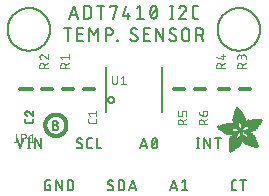
<source format=gbr>
G04 EAGLE Gerber RS-274X export*
G75*
%MOMM*%
%FSLAX34Y34*%
%LPD*%
%INSilkscreen Top*%
%IPPOS*%
%AMOC8*
5,1,8,0,0,1.08239X$1,22.5*%
G01*
%ADD10C,0.152400*%
%ADD11C,0.177800*%
%ADD12C,0.304800*%
%ADD13C,0.101600*%
%ADD14C,0.203200*%
%ADD15R,0.006300X0.050800*%
%ADD16R,0.006400X0.082600*%
%ADD17R,0.006300X0.120600*%
%ADD18R,0.006400X0.139700*%
%ADD19R,0.006300X0.158800*%
%ADD20R,0.006400X0.177800*%
%ADD21R,0.006300X0.196800*%
%ADD22R,0.006400X0.215900*%
%ADD23R,0.006300X0.228600*%
%ADD24R,0.006400X0.241300*%
%ADD25R,0.006300X0.254000*%
%ADD26R,0.006400X0.266700*%
%ADD27R,0.006300X0.279400*%
%ADD28R,0.006400X0.285700*%
%ADD29R,0.006300X0.298400*%
%ADD30R,0.006400X0.311200*%
%ADD31R,0.006300X0.317500*%
%ADD32R,0.006400X0.330200*%
%ADD33R,0.006300X0.336600*%
%ADD34R,0.006400X0.349200*%
%ADD35R,0.006300X0.361900*%
%ADD36R,0.006400X0.368300*%
%ADD37R,0.006300X0.381000*%
%ADD38R,0.006400X0.387300*%
%ADD39R,0.006300X0.393700*%
%ADD40R,0.006400X0.406400*%
%ADD41R,0.006300X0.412700*%
%ADD42R,0.006400X0.419100*%
%ADD43R,0.006300X0.431800*%
%ADD44R,0.006400X0.438100*%
%ADD45R,0.006300X0.450800*%
%ADD46R,0.006400X0.457200*%
%ADD47R,0.006300X0.463500*%
%ADD48R,0.006400X0.476200*%
%ADD49R,0.006300X0.482600*%
%ADD50R,0.006400X0.488900*%
%ADD51R,0.006300X0.501600*%
%ADD52R,0.006400X0.508000*%
%ADD53R,0.006300X0.514300*%
%ADD54R,0.006400X0.527000*%
%ADD55R,0.006300X0.533400*%
%ADD56R,0.006400X0.546100*%
%ADD57R,0.006300X0.552400*%
%ADD58R,0.006400X0.558800*%
%ADD59R,0.006300X0.571500*%
%ADD60R,0.006400X0.577800*%
%ADD61R,0.006300X0.584200*%
%ADD62R,0.006400X0.596900*%
%ADD63R,0.006300X0.603200*%
%ADD64R,0.006400X0.609600*%
%ADD65R,0.006300X0.622300*%
%ADD66R,0.006400X0.628600*%
%ADD67R,0.006300X0.641300*%
%ADD68R,0.006400X0.647700*%
%ADD69R,0.006300X0.063500*%
%ADD70R,0.006300X0.654000*%
%ADD71R,0.006400X0.101600*%
%ADD72R,0.006400X0.666700*%
%ADD73R,0.006300X0.139700*%
%ADD74R,0.006300X0.673100*%
%ADD75R,0.006400X0.165100*%
%ADD76R,0.006400X0.679400*%
%ADD77R,0.006300X0.196900*%
%ADD78R,0.006300X0.692100*%
%ADD79R,0.006400X0.222200*%
%ADD80R,0.006400X0.698500*%
%ADD81R,0.006300X0.247700*%
%ADD82R,0.006300X0.704800*%
%ADD83R,0.006400X0.279400*%
%ADD84R,0.006400X0.717500*%
%ADD85R,0.006300X0.298500*%
%ADD86R,0.006300X0.723900*%
%ADD87R,0.006400X0.736600*%
%ADD88R,0.006300X0.342900*%
%ADD89R,0.006300X0.742900*%
%ADD90R,0.006400X0.374700*%
%ADD91R,0.006400X0.749300*%
%ADD92R,0.006300X0.762000*%
%ADD93R,0.006400X0.412700*%
%ADD94R,0.006400X0.768300*%
%ADD95R,0.006300X0.438100*%
%ADD96R,0.006300X0.774700*%
%ADD97R,0.006400X0.463600*%
%ADD98R,0.006400X0.787400*%
%ADD99R,0.006300X0.793700*%
%ADD100R,0.006400X0.495300*%
%ADD101R,0.006400X0.800100*%
%ADD102R,0.006300X0.520700*%
%ADD103R,0.006300X0.812800*%
%ADD104R,0.006400X0.533400*%
%ADD105R,0.006400X0.819100*%
%ADD106R,0.006300X0.558800*%
%ADD107R,0.006300X0.825500*%
%ADD108R,0.006400X0.577900*%
%ADD109R,0.006400X0.831800*%
%ADD110R,0.006300X0.596900*%
%ADD111R,0.006300X0.844500*%
%ADD112R,0.006400X0.616000*%
%ADD113R,0.006400X0.850900*%
%ADD114R,0.006300X0.635000*%
%ADD115R,0.006300X0.857200*%
%ADD116R,0.006400X0.654100*%
%ADD117R,0.006400X0.863600*%
%ADD118R,0.006300X0.666700*%
%ADD119R,0.006300X0.869900*%
%ADD120R,0.006400X0.685800*%
%ADD121R,0.006400X0.876300*%
%ADD122R,0.006300X0.882600*%
%ADD123R,0.006400X0.723900*%
%ADD124R,0.006400X0.889000*%
%ADD125R,0.006300X0.895300*%
%ADD126R,0.006400X0.755700*%
%ADD127R,0.006400X0.901700*%
%ADD128R,0.006300X0.908000*%
%ADD129R,0.006400X0.793800*%
%ADD130R,0.006400X0.914400*%
%ADD131R,0.006300X0.806400*%
%ADD132R,0.006300X0.920700*%
%ADD133R,0.006400X0.825500*%
%ADD134R,0.006400X0.927100*%
%ADD135R,0.006300X0.933400*%
%ADD136R,0.006400X0.857300*%
%ADD137R,0.006400X0.939800*%
%ADD138R,0.006300X0.870000*%
%ADD139R,0.006300X0.939800*%
%ADD140R,0.006400X0.946100*%
%ADD141R,0.006300X0.952500*%
%ADD142R,0.006400X0.908000*%
%ADD143R,0.006400X0.958800*%
%ADD144R,0.006300X0.965200*%
%ADD145R,0.006400X0.965200*%
%ADD146R,0.006300X0.971500*%
%ADD147R,0.006400X0.952500*%
%ADD148R,0.006400X0.977900*%
%ADD149R,0.006300X0.958800*%
%ADD150R,0.006300X0.984200*%
%ADD151R,0.006400X0.971500*%
%ADD152R,0.006400X0.984200*%
%ADD153R,0.006300X0.990600*%
%ADD154R,0.006400X0.984300*%
%ADD155R,0.006400X0.996900*%
%ADD156R,0.006300X0.997000*%
%ADD157R,0.006300X0.996900*%
%ADD158R,0.006400X1.003300*%
%ADD159R,0.006300X1.016000*%
%ADD160R,0.006300X1.009600*%
%ADD161R,0.006400X1.016000*%
%ADD162R,0.006400X1.009600*%
%ADD163R,0.006300X1.022300*%
%ADD164R,0.006400X1.028700*%
%ADD165R,0.006300X1.035100*%
%ADD166R,0.006400X1.047800*%
%ADD167R,0.006300X1.054100*%
%ADD168R,0.006300X1.028700*%
%ADD169R,0.006400X1.054100*%
%ADD170R,0.006400X1.035000*%
%ADD171R,0.006300X1.060400*%
%ADD172R,0.006300X1.035000*%
%ADD173R,0.006400X1.060500*%
%ADD174R,0.006400X1.041400*%
%ADD175R,0.006300X1.066800*%
%ADD176R,0.006300X1.041400*%
%ADD177R,0.006400X1.079500*%
%ADD178R,0.006400X1.047700*%
%ADD179R,0.006300X1.085900*%
%ADD180R,0.006300X1.047700*%
%ADD181R,0.006400X1.085800*%
%ADD182R,0.006300X1.092200*%
%ADD183R,0.006400X1.085900*%
%ADD184R,0.006300X1.098600*%
%ADD185R,0.006400X1.098600*%
%ADD186R,0.006400X1.060400*%
%ADD187R,0.006300X1.104900*%
%ADD188R,0.006400X1.104900*%
%ADD189R,0.006400X1.066800*%
%ADD190R,0.006300X1.111200*%
%ADD191R,0.006400X1.117600*%
%ADD192R,0.006300X1.117600*%
%ADD193R,0.006300X1.073100*%
%ADD194R,0.006400X1.073100*%
%ADD195R,0.006300X1.124000*%
%ADD196R,0.006300X1.079500*%
%ADD197R,0.006400X1.123900*%
%ADD198R,0.006300X1.130300*%
%ADD199R,0.006400X1.130300*%
%ADD200R,0.006400X1.136700*%
%ADD201R,0.006300X1.136700*%
%ADD202R,0.006300X1.085800*%
%ADD203R,0.006400X1.136600*%
%ADD204R,0.006300X1.136600*%
%ADD205R,0.006400X1.143000*%
%ADD206R,0.006300X1.143000*%
%ADD207R,0.006300X1.149400*%
%ADD208R,0.006300X1.149300*%
%ADD209R,0.006400X1.149300*%
%ADD210R,0.006400X1.149400*%
%ADD211R,0.006400X1.155700*%
%ADD212R,0.006300X1.155700*%
%ADD213R,0.006300X1.060500*%
%ADD214R,0.006400X2.197100*%
%ADD215R,0.006300X2.197100*%
%ADD216R,0.006300X2.184400*%
%ADD217R,0.006400X2.184400*%
%ADD218R,0.006400X2.171700*%
%ADD219R,0.006300X2.171700*%
%ADD220R,0.006400X1.530300*%
%ADD221R,0.006300X1.505000*%
%ADD222R,0.006400X1.492300*%
%ADD223R,0.006300X1.485900*%
%ADD224R,0.006300X0.565200*%
%ADD225R,0.006400X1.473200*%
%ADD226R,0.006400X0.565200*%
%ADD227R,0.006300X1.460500*%
%ADD228R,0.006400X1.454100*%
%ADD229R,0.006400X0.552400*%
%ADD230R,0.006300X1.441500*%
%ADD231R,0.006300X0.546100*%
%ADD232R,0.006400X1.435100*%
%ADD233R,0.006400X0.539800*%
%ADD234R,0.006300X1.428800*%
%ADD235R,0.006400X1.422400*%
%ADD236R,0.006300X1.409700*%
%ADD237R,0.006300X0.527100*%
%ADD238R,0.006400X1.403300*%
%ADD239R,0.006400X0.527100*%
%ADD240R,0.006300X1.390700*%
%ADD241R,0.006400X1.384300*%
%ADD242R,0.006400X0.520700*%
%ADD243R,0.006300X1.384300*%
%ADD244R,0.006300X0.514400*%
%ADD245R,0.006400X1.371600*%
%ADD246R,0.006300X1.365200*%
%ADD247R,0.006300X0.508000*%
%ADD248R,0.006400X1.352600*%
%ADD249R,0.006400X0.501700*%
%ADD250R,0.006300X0.711200*%
%ADD251R,0.006300X0.603300*%
%ADD252R,0.006300X0.501700*%
%ADD253R,0.006400X0.692100*%
%ADD254R,0.006400X0.571500*%
%ADD255R,0.006300X0.679400*%
%ADD256R,0.006300X0.495300*%
%ADD257R,0.006400X0.673100*%
%ADD258R,0.006300X0.666800*%
%ADD259R,0.006300X0.488900*%
%ADD260R,0.006400X0.660400*%
%ADD261R,0.006400X0.482600*%
%ADD262R,0.006300X0.476200*%
%ADD263R,0.006400X0.654000*%
%ADD264R,0.006400X0.469900*%
%ADD265R,0.006400X0.476300*%
%ADD266R,0.006300X0.647700*%
%ADD267R,0.006300X0.457200*%
%ADD268R,0.006300X0.469900*%
%ADD269R,0.006400X0.641300*%
%ADD270R,0.006400X0.444500*%
%ADD271R,0.006300X0.463600*%
%ADD272R,0.006400X0.635000*%
%ADD273R,0.006400X0.463500*%
%ADD274R,0.006400X0.393700*%
%ADD275R,0.006400X0.450800*%
%ADD276R,0.006300X0.628600*%
%ADD277R,0.006300X0.387400*%
%ADD278R,0.006300X0.450900*%
%ADD279R,0.006400X0.628700*%
%ADD280R,0.006400X0.374600*%
%ADD281R,0.006300X0.368300*%
%ADD282R,0.006300X0.438200*%
%ADD283R,0.006400X0.622300*%
%ADD284R,0.006400X0.355600*%
%ADD285R,0.006400X0.431800*%
%ADD286R,0.006300X0.349300*%
%ADD287R,0.006300X0.425400*%
%ADD288R,0.006300X0.615900*%
%ADD289R,0.006300X0.330200*%
%ADD290R,0.006300X0.419100*%
%ADD291R,0.006300X0.616000*%
%ADD292R,0.006300X0.311200*%
%ADD293R,0.006300X0.406400*%
%ADD294R,0.006400X0.615900*%
%ADD295R,0.006400X0.304800*%
%ADD296R,0.006400X0.158800*%
%ADD297R,0.006300X0.609600*%
%ADD298R,0.006300X0.292100*%
%ADD299R,0.006300X0.235000*%
%ADD300R,0.006400X0.387400*%
%ADD301R,0.006400X0.292100*%
%ADD302R,0.006300X0.336500*%
%ADD303R,0.006300X0.260400*%
%ADD304R,0.006400X0.603300*%
%ADD305R,0.006400X0.260400*%
%ADD306R,0.006400X0.362000*%
%ADD307R,0.006400X0.450900*%
%ADD308R,0.006300X0.355600*%
%ADD309R,0.006400X0.342900*%
%ADD310R,0.006400X0.514300*%
%ADD311R,0.006300X0.234900*%
%ADD312R,0.006300X0.539700*%
%ADD313R,0.006400X0.603200*%
%ADD314R,0.006400X0.234900*%
%ADD315R,0.006400X0.920700*%
%ADD316R,0.006400X0.958900*%
%ADD317R,0.006300X0.215900*%
%ADD318R,0.006400X0.209600*%
%ADD319R,0.006300X0.203200*%
%ADD320R,0.006300X1.003300*%
%ADD321R,0.006400X0.203200*%
%ADD322R,0.006400X0.196900*%
%ADD323R,0.006300X0.190500*%
%ADD324R,0.006400X0.190500*%
%ADD325R,0.006300X0.184200*%
%ADD326R,0.006400X0.590500*%
%ADD327R,0.006400X0.184200*%
%ADD328R,0.006300X0.590500*%
%ADD329R,0.006300X0.177800*%
%ADD330R,0.006400X0.584200*%
%ADD331R,0.006400X1.168400*%
%ADD332R,0.006300X0.171500*%
%ADD333R,0.006300X1.187500*%
%ADD334R,0.006400X1.200100*%
%ADD335R,0.006300X0.577800*%
%ADD336R,0.006300X1.212900*%
%ADD337R,0.006400X1.231900*%
%ADD338R,0.006300X1.250900*%
%ADD339R,0.006400X0.565100*%
%ADD340R,0.006400X0.184100*%
%ADD341R,0.006400X1.263700*%
%ADD342R,0.006300X0.565100*%
%ADD343R,0.006300X1.289100*%
%ADD344R,0.006400X1.314400*%
%ADD345R,0.006300X0.552500*%
%ADD346R,0.006300X1.568500*%
%ADD347R,0.006400X0.552500*%
%ADD348R,0.006400X1.581200*%
%ADD349R,0.006300X1.593800*%
%ADD350R,0.006400X1.606500*%
%ADD351R,0.006300X1.619300*%
%ADD352R,0.006400X0.514400*%
%ADD353R,0.006400X1.638300*%
%ADD354R,0.006300X1.657300*%
%ADD355R,0.006400X2.209800*%
%ADD356R,0.006300X2.425700*%
%ADD357R,0.006400X2.470100*%
%ADD358R,0.006300X2.501900*%
%ADD359R,0.006400X2.533700*%
%ADD360R,0.006300X2.559000*%
%ADD361R,0.006400X2.584500*%
%ADD362R,0.006300X2.609900*%
%ADD363R,0.006400X2.628900*%
%ADD364R,0.006300X2.660600*%
%ADD365R,0.006400X2.673400*%
%ADD366R,0.006300X1.422400*%
%ADD367R,0.006300X1.200200*%
%ADD368R,0.006300X1.365300*%
%ADD369R,0.006400X1.365300*%
%ADD370R,0.006300X1.352500*%
%ADD371R,0.006300X1.098500*%
%ADD372R,0.006400X1.358900*%
%ADD373R,0.006300X1.352600*%
%ADD374R,0.006300X1.358900*%
%ADD375R,0.006300X1.371600*%
%ADD376R,0.006400X1.377900*%
%ADD377R,0.006400X1.397000*%
%ADD378R,0.006300X1.403300*%
%ADD379R,0.006300X0.914400*%
%ADD380R,0.006300X0.876300*%
%ADD381R,0.006300X0.374600*%
%ADD382R,0.006400X1.073200*%
%ADD383R,0.006300X0.374700*%
%ADD384R,0.006400X0.844600*%
%ADD385R,0.006300X0.844600*%
%ADD386R,0.006400X0.831900*%
%ADD387R,0.006400X1.092200*%
%ADD388R,0.006300X0.400000*%
%ADD389R,0.006400X0.819200*%
%ADD390R,0.006400X1.111300*%
%ADD391R,0.006400X0.812800*%
%ADD392R,0.006300X0.800100*%
%ADD393R,0.006300X0.476300*%
%ADD394R,0.006300X1.181100*%
%ADD395R,0.006400X0.501600*%
%ADD396R,0.006400X1.193800*%
%ADD397R,0.006400X0.781000*%
%ADD398R,0.006400X1.238200*%
%ADD399R,0.006300X0.781100*%
%ADD400R,0.006300X1.257300*%
%ADD401R,0.006400X1.295400*%
%ADD402R,0.006300X1.333500*%
%ADD403R,0.006400X0.774700*%
%ADD404R,0.006400X1.866900*%
%ADD405R,0.006300X0.209600*%
%ADD406R,0.006300X1.866900*%
%ADD407R,0.006400X0.768400*%
%ADD408R,0.006400X0.209500*%
%ADD409R,0.006400X1.860600*%
%ADD410R,0.006400X0.762000*%
%ADD411R,0.006300X0.768400*%
%ADD412R,0.006300X1.860600*%
%ADD413R,0.006400X1.860500*%
%ADD414R,0.006300X0.222300*%
%ADD415R,0.006300X1.854200*%
%ADD416R,0.006400X0.235000*%
%ADD417R,0.006400X1.854200*%
%ADD418R,0.006300X0.768300*%
%ADD419R,0.006400X0.260300*%
%ADD420R,0.006400X1.847800*%
%ADD421R,0.006300X0.266700*%
%ADD422R,0.006300X1.847800*%
%ADD423R,0.006400X0.273100*%
%ADD424R,0.006400X1.841500*%
%ADD425R,0.006300X0.285800*%
%ADD426R,0.006300X1.841500*%
%ADD427R,0.006400X0.298500*%
%ADD428R,0.006400X1.835100*%
%ADD429R,0.006300X0.781000*%
%ADD430R,0.006300X0.304800*%
%ADD431R,0.006300X1.835100*%
%ADD432R,0.006400X0.317500*%
%ADD433R,0.006400X1.828800*%
%ADD434R,0.006300X0.787400*%
%ADD435R,0.006300X0.323800*%
%ADD436R,0.006300X1.828800*%
%ADD437R,0.006400X0.793700*%
%ADD438R,0.006400X1.822400*%
%ADD439R,0.006300X0.806500*%
%ADD440R,0.006300X1.822400*%
%ADD441R,0.006400X1.816100*%
%ADD442R,0.006300X0.819100*%
%ADD443R,0.006300X0.387300*%
%ADD444R,0.006300X1.816100*%
%ADD445R,0.006400X1.809800*%
%ADD446R,0.006300X1.803400*%
%ADD447R,0.006400X1.797000*%
%ADD448R,0.006300X0.901700*%
%ADD449R,0.006300X1.797000*%
%ADD450R,0.006400X1.441400*%
%ADD451R,0.006400X1.790700*%
%ADD452R,0.006300X1.447800*%
%ADD453R,0.006300X1.784300*%
%ADD454R,0.006400X1.447800*%
%ADD455R,0.006400X1.784300*%
%ADD456R,0.006300X1.454100*%
%ADD457R,0.006300X1.771700*%
%ADD458R,0.006400X1.460500*%
%ADD459R,0.006400X1.759000*%
%ADD460R,0.006300X1.466800*%
%ADD461R,0.006300X1.752600*%
%ADD462R,0.006400X1.466800*%
%ADD463R,0.006400X1.739900*%
%ADD464R,0.006300X1.473200*%
%ADD465R,0.006300X1.727200*%
%ADD466R,0.006400X1.479500*%
%ADD467R,0.006400X1.714500*%
%ADD468R,0.006300X1.695400*%
%ADD469R,0.006400X1.485900*%
%ADD470R,0.006400X1.682700*%
%ADD471R,0.006300X1.492200*%
%ADD472R,0.006300X1.663700*%
%ADD473R,0.006400X1.498600*%
%ADD474R,0.006400X1.644600*%
%ADD475R,0.006300X1.498600*%
%ADD476R,0.006300X1.619200*%
%ADD477R,0.006400X1.511300*%
%ADD478R,0.006400X1.600200*%
%ADD479R,0.006300X1.517700*%
%ADD480R,0.006300X1.574800*%
%ADD481R,0.006400X1.524000*%
%ADD482R,0.006400X1.555800*%
%ADD483R,0.006300X1.524000*%
%ADD484R,0.006300X1.536700*%
%ADD485R,0.006400X1.530400*%
%ADD486R,0.006400X1.517700*%
%ADD487R,0.006300X1.492300*%
%ADD488R,0.006400X1.549400*%
%ADD489R,0.006400X1.479600*%
%ADD490R,0.006300X1.549400*%
%ADD491R,0.006400X1.555700*%
%ADD492R,0.006300X1.562100*%
%ADD493R,0.006300X0.323900*%
%ADD494R,0.006400X1.568400*%
%ADD495R,0.006400X0.336600*%
%ADD496R,0.006300X1.587500*%
%ADD497R,0.006300X0.971600*%
%ADD498R,0.006400X0.349300*%
%ADD499R,0.006300X1.600200*%
%ADD500R,0.006300X0.920800*%
%ADD501R,0.006400X0.882700*%
%ADD502R,0.006300X1.612900*%
%ADD503R,0.006300X0.362000*%
%ADD504R,0.006400X1.625600*%
%ADD505R,0.006300X1.625600*%
%ADD506R,0.006300X1.644600*%
%ADD507R,0.006300X0.736600*%
%ADD508R,0.006400X0.717600*%
%ADD509R,0.006300X1.657400*%
%ADD510R,0.006300X0.679500*%
%ADD511R,0.006400X1.663700*%
%ADD512R,0.006400X0.400000*%
%ADD513R,0.006300X1.676400*%
%ADD514R,0.006400X1.676400*%
%ADD515R,0.006400X0.425500*%
%ADD516R,0.006400X1.352500*%
%ADD517R,0.006300X0.444500*%
%ADD518R,0.006400X0.361900*%
%ADD519R,0.006300X0.088900*%
%ADD520R,0.006300X1.009700*%
%ADD521R,0.006400X1.009700*%
%ADD522R,0.006400X1.022300*%
%ADD523R,0.006400X1.346200*%
%ADD524R,0.006300X1.346200*%
%ADD525R,0.006400X1.339900*%
%ADD526R,0.006400X1.035100*%
%ADD527R,0.006300X1.339800*%
%ADD528R,0.006400X1.333500*%
%ADD529R,0.006400X1.327200*%
%ADD530R,0.006300X1.320800*%
%ADD531R,0.006400X1.314500*%
%ADD532R,0.006300X1.314400*%
%ADD533R,0.006400X1.301700*%
%ADD534R,0.006300X1.295400*%
%ADD535R,0.006400X1.289000*%
%ADD536R,0.006300X1.276300*%
%ADD537R,0.006300X1.251000*%
%ADD538R,0.006400X1.244600*%
%ADD539R,0.006300X1.231900*%
%ADD540R,0.006400X1.212800*%
%ADD541R,0.006300X1.200100*%
%ADD542R,0.006400X1.187400*%
%ADD543R,0.006300X1.168400*%
%ADD544R,0.006300X1.047800*%
%ADD545R,0.006300X0.977900*%
%ADD546R,0.006400X0.946200*%
%ADD547R,0.006400X0.933400*%
%ADD548R,0.006400X0.895300*%
%ADD549R,0.006300X0.882700*%
%ADD550R,0.006300X0.863600*%
%ADD551R,0.006400X0.857200*%
%ADD552R,0.006300X0.850900*%
%ADD553R,0.006300X0.838200*%
%ADD554R,0.006400X0.806500*%
%ADD555R,0.006300X0.717600*%
%ADD556R,0.006400X0.711200*%
%ADD557R,0.006400X0.641400*%
%ADD558R,0.006300X0.641400*%
%ADD559R,0.006300X0.628700*%
%ADD560R,0.006300X0.590600*%
%ADD561R,0.006400X0.539700*%
%ADD562R,0.006300X0.285700*%
%ADD563R,0.006300X0.222200*%
%ADD564R,0.006300X0.171400*%
%ADD565R,0.006400X0.152400*%
%ADD566R,0.006300X0.133400*%


D10*
X15294Y47498D02*
X18172Y38862D01*
X21051Y47498D01*
X25487Y47498D02*
X25487Y38862D01*
X24528Y38862D02*
X26447Y38862D01*
X26447Y47498D02*
X24528Y47498D01*
X30709Y47498D02*
X30709Y38862D01*
X35506Y38862D02*
X30709Y47498D01*
X35506Y47498D02*
X35506Y38862D01*
X42006Y8100D02*
X43445Y8100D01*
X43445Y3302D01*
X40567Y3302D01*
X40481Y3304D01*
X40395Y3310D01*
X40309Y3319D01*
X40224Y3333D01*
X40140Y3350D01*
X40056Y3371D01*
X39974Y3396D01*
X39893Y3424D01*
X39813Y3456D01*
X39734Y3492D01*
X39658Y3531D01*
X39583Y3574D01*
X39510Y3619D01*
X39439Y3668D01*
X39371Y3721D01*
X39304Y3776D01*
X39241Y3834D01*
X39180Y3895D01*
X39122Y3958D01*
X39067Y4025D01*
X39014Y4093D01*
X38965Y4164D01*
X38920Y4237D01*
X38877Y4312D01*
X38838Y4388D01*
X38802Y4467D01*
X38770Y4547D01*
X38742Y4628D01*
X38717Y4710D01*
X38696Y4794D01*
X38679Y4878D01*
X38665Y4963D01*
X38656Y5049D01*
X38650Y5135D01*
X38648Y5221D01*
X38648Y10019D01*
X38650Y10105D01*
X38656Y10191D01*
X38665Y10277D01*
X38679Y10362D01*
X38696Y10446D01*
X38717Y10530D01*
X38742Y10612D01*
X38770Y10693D01*
X38802Y10773D01*
X38838Y10852D01*
X38877Y10928D01*
X38920Y11003D01*
X38965Y11076D01*
X39014Y11147D01*
X39067Y11215D01*
X39122Y11282D01*
X39180Y11345D01*
X39241Y11406D01*
X39304Y11464D01*
X39371Y11519D01*
X39439Y11571D01*
X39510Y11621D01*
X39583Y11666D01*
X39658Y11709D01*
X39734Y11748D01*
X39813Y11784D01*
X39893Y11816D01*
X39974Y11844D01*
X40056Y11869D01*
X40140Y11890D01*
X40224Y11907D01*
X40309Y11921D01*
X40395Y11930D01*
X40481Y11936D01*
X40567Y11938D01*
X43445Y11938D01*
X48401Y11938D02*
X48401Y3302D01*
X53199Y3302D02*
X48401Y11938D01*
X53199Y11938D02*
X53199Y3302D01*
X58155Y3302D02*
X58155Y11938D01*
X60554Y11938D01*
X60651Y11936D01*
X60747Y11930D01*
X60843Y11921D01*
X60939Y11907D01*
X61034Y11890D01*
X61128Y11868D01*
X61221Y11843D01*
X61314Y11815D01*
X61405Y11782D01*
X61494Y11746D01*
X61582Y11706D01*
X61669Y11663D01*
X61754Y11617D01*
X61836Y11567D01*
X61917Y11513D01*
X61995Y11457D01*
X62071Y11397D01*
X62145Y11335D01*
X62216Y11269D01*
X62284Y11201D01*
X62350Y11130D01*
X62412Y11056D01*
X62472Y10980D01*
X62528Y10902D01*
X62582Y10821D01*
X62632Y10739D01*
X62678Y10654D01*
X62721Y10567D01*
X62761Y10479D01*
X62797Y10390D01*
X62830Y10299D01*
X62858Y10206D01*
X62883Y10113D01*
X62905Y10019D01*
X62922Y9924D01*
X62936Y9828D01*
X62945Y9732D01*
X62951Y9636D01*
X62953Y9539D01*
X62952Y9539D02*
X62952Y5701D01*
X62953Y5701D02*
X62951Y5604D01*
X62945Y5508D01*
X62936Y5412D01*
X62922Y5316D01*
X62905Y5221D01*
X62883Y5127D01*
X62858Y5034D01*
X62830Y4941D01*
X62797Y4850D01*
X62761Y4761D01*
X62721Y4673D01*
X62678Y4586D01*
X62632Y4501D01*
X62582Y4419D01*
X62528Y4338D01*
X62472Y4260D01*
X62412Y4184D01*
X62350Y4110D01*
X62284Y4039D01*
X62216Y3971D01*
X62145Y3905D01*
X62071Y3843D01*
X61995Y3783D01*
X61917Y3727D01*
X61836Y3673D01*
X61753Y3623D01*
X61669Y3577D01*
X61582Y3534D01*
X61494Y3494D01*
X61405Y3458D01*
X61314Y3425D01*
X61221Y3397D01*
X61128Y3372D01*
X61034Y3350D01*
X60939Y3333D01*
X60843Y3319D01*
X60747Y3310D01*
X60651Y3304D01*
X60554Y3302D01*
X58155Y3302D01*
X68765Y38862D02*
X68851Y38864D01*
X68937Y38870D01*
X69023Y38879D01*
X69108Y38893D01*
X69192Y38910D01*
X69276Y38931D01*
X69358Y38956D01*
X69439Y38984D01*
X69519Y39016D01*
X69598Y39052D01*
X69674Y39091D01*
X69749Y39134D01*
X69822Y39179D01*
X69893Y39229D01*
X69961Y39281D01*
X70028Y39336D01*
X70091Y39394D01*
X70152Y39455D01*
X70210Y39518D01*
X70265Y39585D01*
X70318Y39653D01*
X70367Y39724D01*
X70412Y39797D01*
X70455Y39872D01*
X70494Y39948D01*
X70530Y40027D01*
X70562Y40107D01*
X70590Y40188D01*
X70615Y40270D01*
X70636Y40354D01*
X70653Y40438D01*
X70667Y40523D01*
X70676Y40609D01*
X70682Y40695D01*
X70684Y40781D01*
X68765Y38862D02*
X68642Y38864D01*
X68519Y38869D01*
X68396Y38879D01*
X68274Y38892D01*
X68152Y38909D01*
X68030Y38929D01*
X67910Y38953D01*
X67790Y38981D01*
X67671Y39012D01*
X67553Y39047D01*
X67436Y39086D01*
X67320Y39128D01*
X67206Y39174D01*
X67093Y39223D01*
X66982Y39275D01*
X66872Y39331D01*
X66764Y39390D01*
X66658Y39453D01*
X66553Y39518D01*
X66451Y39587D01*
X66351Y39659D01*
X66254Y39734D01*
X66158Y39811D01*
X66065Y39892D01*
X65974Y39975D01*
X65886Y40061D01*
X66126Y45579D02*
X66128Y45665D01*
X66134Y45751D01*
X66143Y45837D01*
X66157Y45922D01*
X66174Y46006D01*
X66195Y46090D01*
X66220Y46172D01*
X66248Y46253D01*
X66280Y46333D01*
X66316Y46412D01*
X66355Y46488D01*
X66398Y46563D01*
X66443Y46636D01*
X66492Y46707D01*
X66545Y46775D01*
X66600Y46842D01*
X66658Y46905D01*
X66719Y46966D01*
X66782Y47024D01*
X66849Y47079D01*
X66917Y47132D01*
X66988Y47181D01*
X67061Y47226D01*
X67136Y47269D01*
X67212Y47308D01*
X67291Y47344D01*
X67371Y47376D01*
X67452Y47404D01*
X67534Y47429D01*
X67618Y47450D01*
X67702Y47467D01*
X67787Y47481D01*
X67873Y47490D01*
X67959Y47496D01*
X68045Y47498D01*
X68161Y47496D01*
X68276Y47491D01*
X68392Y47481D01*
X68507Y47468D01*
X68621Y47452D01*
X68735Y47431D01*
X68849Y47407D01*
X68961Y47379D01*
X69072Y47348D01*
X69183Y47313D01*
X69292Y47275D01*
X69400Y47233D01*
X69506Y47188D01*
X69612Y47139D01*
X69715Y47087D01*
X69817Y47032D01*
X69916Y46973D01*
X70014Y46911D01*
X70110Y46846D01*
X70204Y46778D01*
X67085Y43900D02*
X67011Y43946D01*
X66938Y43996D01*
X66868Y44049D01*
X66800Y44105D01*
X66735Y44164D01*
X66672Y44226D01*
X66613Y44291D01*
X66556Y44358D01*
X66502Y44428D01*
X66452Y44500D01*
X66405Y44574D01*
X66361Y44650D01*
X66321Y44729D01*
X66285Y44809D01*
X66252Y44890D01*
X66223Y44973D01*
X66197Y45058D01*
X66175Y45143D01*
X66158Y45229D01*
X66144Y45316D01*
X66134Y45403D01*
X66128Y45491D01*
X66126Y45579D01*
X69725Y42460D02*
X69799Y42414D01*
X69872Y42364D01*
X69942Y42311D01*
X70010Y42255D01*
X70075Y42196D01*
X70138Y42134D01*
X70197Y42069D01*
X70254Y42002D01*
X70308Y41932D01*
X70358Y41860D01*
X70405Y41786D01*
X70449Y41710D01*
X70489Y41631D01*
X70525Y41551D01*
X70558Y41470D01*
X70587Y41387D01*
X70613Y41302D01*
X70635Y41217D01*
X70652Y41131D01*
X70666Y41044D01*
X70676Y40957D01*
X70682Y40869D01*
X70684Y40781D01*
X69724Y42460D02*
X67085Y43900D01*
X76606Y38862D02*
X78525Y38862D01*
X76606Y38862D02*
X76520Y38864D01*
X76434Y38870D01*
X76348Y38879D01*
X76263Y38893D01*
X76179Y38910D01*
X76095Y38931D01*
X76013Y38956D01*
X75932Y38984D01*
X75852Y39016D01*
X75773Y39052D01*
X75697Y39091D01*
X75622Y39134D01*
X75549Y39179D01*
X75478Y39228D01*
X75410Y39281D01*
X75343Y39336D01*
X75280Y39394D01*
X75219Y39455D01*
X75161Y39518D01*
X75106Y39585D01*
X75053Y39653D01*
X75004Y39724D01*
X74959Y39797D01*
X74916Y39872D01*
X74877Y39948D01*
X74841Y40027D01*
X74809Y40107D01*
X74781Y40188D01*
X74756Y40270D01*
X74735Y40354D01*
X74718Y40438D01*
X74704Y40523D01*
X74695Y40609D01*
X74689Y40695D01*
X74687Y40781D01*
X74687Y45579D01*
X74689Y45665D01*
X74695Y45751D01*
X74704Y45837D01*
X74718Y45922D01*
X74735Y46006D01*
X74756Y46090D01*
X74781Y46172D01*
X74809Y46253D01*
X74841Y46333D01*
X74877Y46412D01*
X74916Y46488D01*
X74959Y46563D01*
X75004Y46636D01*
X75053Y46707D01*
X75106Y46775D01*
X75161Y46842D01*
X75219Y46905D01*
X75280Y46966D01*
X75343Y47024D01*
X75410Y47079D01*
X75478Y47131D01*
X75549Y47181D01*
X75622Y47226D01*
X75697Y47269D01*
X75773Y47308D01*
X75852Y47344D01*
X75932Y47376D01*
X76013Y47404D01*
X76095Y47429D01*
X76179Y47450D01*
X76263Y47467D01*
X76348Y47481D01*
X76434Y47490D01*
X76520Y47496D01*
X76606Y47498D01*
X78525Y47498D01*
X82676Y47498D02*
X82676Y38862D01*
X86514Y38862D01*
X97003Y5221D02*
X97001Y5135D01*
X96995Y5049D01*
X96986Y4963D01*
X96972Y4878D01*
X96955Y4794D01*
X96934Y4710D01*
X96909Y4628D01*
X96881Y4547D01*
X96849Y4467D01*
X96813Y4388D01*
X96774Y4312D01*
X96731Y4237D01*
X96686Y4164D01*
X96637Y4093D01*
X96584Y4025D01*
X96529Y3958D01*
X96471Y3895D01*
X96410Y3834D01*
X96347Y3776D01*
X96280Y3721D01*
X96212Y3669D01*
X96141Y3619D01*
X96068Y3574D01*
X95993Y3531D01*
X95917Y3492D01*
X95838Y3456D01*
X95758Y3424D01*
X95677Y3396D01*
X95595Y3371D01*
X95511Y3350D01*
X95427Y3333D01*
X95342Y3319D01*
X95256Y3310D01*
X95170Y3304D01*
X95084Y3302D01*
X95083Y3302D02*
X94960Y3304D01*
X94837Y3309D01*
X94714Y3319D01*
X94592Y3332D01*
X94470Y3349D01*
X94348Y3369D01*
X94228Y3393D01*
X94108Y3421D01*
X93989Y3452D01*
X93871Y3487D01*
X93754Y3526D01*
X93638Y3568D01*
X93524Y3614D01*
X93411Y3663D01*
X93300Y3715D01*
X93190Y3771D01*
X93082Y3830D01*
X92976Y3893D01*
X92871Y3958D01*
X92769Y4027D01*
X92669Y4099D01*
X92572Y4174D01*
X92476Y4251D01*
X92383Y4332D01*
X92292Y4415D01*
X92204Y4501D01*
X92445Y10019D02*
X92447Y10105D01*
X92453Y10191D01*
X92462Y10277D01*
X92476Y10362D01*
X92493Y10446D01*
X92514Y10530D01*
X92539Y10612D01*
X92567Y10693D01*
X92599Y10773D01*
X92635Y10852D01*
X92674Y10928D01*
X92717Y11003D01*
X92762Y11076D01*
X92811Y11147D01*
X92864Y11215D01*
X92919Y11282D01*
X92977Y11345D01*
X93038Y11406D01*
X93101Y11464D01*
X93168Y11519D01*
X93236Y11572D01*
X93307Y11621D01*
X93380Y11666D01*
X93455Y11709D01*
X93531Y11748D01*
X93610Y11784D01*
X93690Y11816D01*
X93771Y11844D01*
X93853Y11869D01*
X93937Y11890D01*
X94021Y11907D01*
X94106Y11921D01*
X94192Y11930D01*
X94278Y11936D01*
X94364Y11938D01*
X94480Y11936D01*
X94595Y11931D01*
X94711Y11921D01*
X94826Y11908D01*
X94940Y11892D01*
X95054Y11871D01*
X95168Y11847D01*
X95280Y11819D01*
X95391Y11788D01*
X95502Y11753D01*
X95611Y11715D01*
X95719Y11673D01*
X95825Y11628D01*
X95931Y11579D01*
X96034Y11527D01*
X96136Y11472D01*
X96235Y11413D01*
X96333Y11351D01*
X96429Y11286D01*
X96523Y11218D01*
X93404Y8340D02*
X93330Y8386D01*
X93257Y8436D01*
X93187Y8489D01*
X93119Y8545D01*
X93054Y8604D01*
X92991Y8666D01*
X92932Y8731D01*
X92875Y8798D01*
X92821Y8868D01*
X92771Y8940D01*
X92724Y9014D01*
X92680Y9090D01*
X92640Y9169D01*
X92604Y9249D01*
X92571Y9330D01*
X92542Y9413D01*
X92516Y9498D01*
X92494Y9583D01*
X92477Y9669D01*
X92463Y9756D01*
X92453Y9843D01*
X92447Y9931D01*
X92445Y10019D01*
X96044Y6900D02*
X96118Y6854D01*
X96191Y6804D01*
X96261Y6751D01*
X96329Y6695D01*
X96394Y6636D01*
X96457Y6574D01*
X96516Y6509D01*
X96573Y6442D01*
X96627Y6372D01*
X96677Y6300D01*
X96724Y6226D01*
X96768Y6150D01*
X96808Y6071D01*
X96844Y5991D01*
X96877Y5910D01*
X96906Y5827D01*
X96932Y5742D01*
X96954Y5657D01*
X96971Y5571D01*
X96985Y5484D01*
X96995Y5397D01*
X97001Y5309D01*
X97003Y5221D01*
X96043Y6900D02*
X93404Y8340D01*
X101349Y11938D02*
X101349Y3302D01*
X101349Y11938D02*
X103748Y11938D01*
X103845Y11936D01*
X103941Y11930D01*
X104037Y11921D01*
X104133Y11907D01*
X104228Y11890D01*
X104322Y11868D01*
X104415Y11843D01*
X104508Y11815D01*
X104599Y11782D01*
X104688Y11746D01*
X104776Y11706D01*
X104863Y11663D01*
X104948Y11617D01*
X105030Y11567D01*
X105111Y11513D01*
X105189Y11457D01*
X105265Y11397D01*
X105339Y11335D01*
X105410Y11269D01*
X105478Y11201D01*
X105544Y11130D01*
X105606Y11056D01*
X105666Y10980D01*
X105722Y10902D01*
X105776Y10821D01*
X105826Y10739D01*
X105872Y10654D01*
X105915Y10567D01*
X105955Y10479D01*
X105991Y10390D01*
X106024Y10299D01*
X106052Y10206D01*
X106077Y10113D01*
X106099Y10019D01*
X106116Y9924D01*
X106130Y9828D01*
X106139Y9732D01*
X106145Y9636D01*
X106147Y9539D01*
X106147Y5701D01*
X106145Y5604D01*
X106139Y5508D01*
X106130Y5412D01*
X106116Y5316D01*
X106099Y5221D01*
X106077Y5127D01*
X106052Y5034D01*
X106024Y4941D01*
X105991Y4850D01*
X105955Y4761D01*
X105915Y4673D01*
X105872Y4586D01*
X105826Y4501D01*
X105776Y4419D01*
X105722Y4338D01*
X105666Y4260D01*
X105606Y4184D01*
X105544Y4110D01*
X105478Y4039D01*
X105410Y3971D01*
X105339Y3905D01*
X105265Y3843D01*
X105189Y3783D01*
X105111Y3727D01*
X105030Y3673D01*
X104948Y3623D01*
X104863Y3577D01*
X104776Y3534D01*
X104688Y3494D01*
X104599Y3458D01*
X104508Y3425D01*
X104415Y3397D01*
X104322Y3372D01*
X104228Y3350D01*
X104133Y3333D01*
X104037Y3319D01*
X103941Y3310D01*
X103845Y3304D01*
X103748Y3302D01*
X101349Y3302D01*
X110318Y3302D02*
X113196Y11938D01*
X116075Y3302D01*
X115355Y5461D02*
X111037Y5461D01*
X119789Y38862D02*
X122668Y47498D01*
X125547Y38862D01*
X124827Y41021D02*
X120509Y41021D01*
X129413Y43180D02*
X129415Y43350D01*
X129421Y43520D01*
X129431Y43689D01*
X129445Y43859D01*
X129464Y44028D01*
X129486Y44196D01*
X129512Y44364D01*
X129542Y44531D01*
X129577Y44697D01*
X129615Y44863D01*
X129657Y45028D01*
X129703Y45191D01*
X129753Y45354D01*
X129807Y45515D01*
X129864Y45675D01*
X129926Y45833D01*
X129991Y45990D01*
X130060Y46145D01*
X130133Y46299D01*
X130161Y46375D01*
X130193Y46450D01*
X130228Y46524D01*
X130266Y46596D01*
X130308Y46666D01*
X130353Y46734D01*
X130401Y46800D01*
X130452Y46864D01*
X130506Y46925D01*
X130562Y46984D01*
X130622Y47040D01*
X130683Y47093D01*
X130747Y47143D01*
X130814Y47191D01*
X130882Y47235D01*
X130953Y47276D01*
X131025Y47314D01*
X131099Y47348D01*
X131174Y47379D01*
X131251Y47407D01*
X131329Y47431D01*
X131408Y47451D01*
X131488Y47468D01*
X131568Y47481D01*
X131649Y47491D01*
X131730Y47496D01*
X131812Y47498D01*
X131894Y47496D01*
X131975Y47491D01*
X132056Y47481D01*
X132136Y47468D01*
X132216Y47451D01*
X132295Y47431D01*
X132373Y47407D01*
X132450Y47379D01*
X132525Y47348D01*
X132599Y47314D01*
X132671Y47276D01*
X132742Y47235D01*
X132810Y47191D01*
X132877Y47143D01*
X132941Y47093D01*
X133002Y47040D01*
X133062Y46984D01*
X133118Y46925D01*
X133172Y46864D01*
X133223Y46800D01*
X133271Y46734D01*
X133316Y46666D01*
X133358Y46596D01*
X133396Y46524D01*
X133431Y46450D01*
X133463Y46375D01*
X133491Y46299D01*
X133564Y46145D01*
X133633Y45990D01*
X133698Y45833D01*
X133760Y45675D01*
X133817Y45515D01*
X133871Y45354D01*
X133921Y45191D01*
X133967Y45028D01*
X134009Y44863D01*
X134047Y44697D01*
X134082Y44531D01*
X134112Y44364D01*
X134138Y44196D01*
X134160Y44028D01*
X134179Y43859D01*
X134193Y43689D01*
X134203Y43520D01*
X134209Y43350D01*
X134211Y43180D01*
X129413Y43180D02*
X129415Y43010D01*
X129421Y42840D01*
X129431Y42671D01*
X129445Y42501D01*
X129464Y42332D01*
X129486Y42164D01*
X129512Y41996D01*
X129542Y41829D01*
X129577Y41663D01*
X129615Y41497D01*
X129657Y41332D01*
X129703Y41169D01*
X129753Y41007D01*
X129807Y40845D01*
X129864Y40686D01*
X129926Y40527D01*
X129991Y40370D01*
X130060Y40215D01*
X130133Y40061D01*
X130161Y39985D01*
X130193Y39910D01*
X130228Y39836D01*
X130266Y39764D01*
X130308Y39694D01*
X130353Y39626D01*
X130401Y39560D01*
X130452Y39496D01*
X130506Y39435D01*
X130562Y39376D01*
X130622Y39320D01*
X130683Y39267D01*
X130747Y39217D01*
X130814Y39169D01*
X130882Y39125D01*
X130953Y39084D01*
X131025Y39046D01*
X131099Y39012D01*
X131174Y38981D01*
X131251Y38953D01*
X131329Y38929D01*
X131408Y38909D01*
X131488Y38892D01*
X131568Y38879D01*
X131649Y38869D01*
X131730Y38864D01*
X131812Y38862D01*
X133491Y40061D02*
X133564Y40215D01*
X133633Y40370D01*
X133698Y40527D01*
X133760Y40686D01*
X133817Y40845D01*
X133871Y41007D01*
X133921Y41169D01*
X133967Y41332D01*
X134009Y41497D01*
X134047Y41663D01*
X134082Y41829D01*
X134112Y41996D01*
X134138Y42164D01*
X134160Y42332D01*
X134179Y42501D01*
X134193Y42671D01*
X134203Y42840D01*
X134209Y43010D01*
X134211Y43180D01*
X133491Y40061D02*
X133463Y39985D01*
X133431Y39910D01*
X133396Y39836D01*
X133358Y39764D01*
X133316Y39694D01*
X133271Y39626D01*
X133223Y39560D01*
X133172Y39496D01*
X133118Y39435D01*
X133062Y39376D01*
X133002Y39320D01*
X132941Y39267D01*
X132877Y39217D01*
X132810Y39169D01*
X132742Y39125D01*
X132671Y39084D01*
X132599Y39046D01*
X132525Y39012D01*
X132450Y38981D01*
X132373Y38953D01*
X132295Y38929D01*
X132216Y38909D01*
X132136Y38892D01*
X132056Y38879D01*
X131975Y38869D01*
X131894Y38864D01*
X131812Y38862D01*
X129893Y40781D02*
X133731Y45579D01*
X148068Y11938D02*
X145189Y3302D01*
X150947Y3302D02*
X148068Y11938D01*
X150227Y5461D02*
X145909Y5461D01*
X154813Y10019D02*
X157212Y11938D01*
X157212Y3302D01*
X154813Y3302D02*
X159611Y3302D01*
X168851Y38862D02*
X168851Y47498D01*
X167891Y38862D02*
X169810Y38862D01*
X169810Y47498D02*
X167891Y47498D01*
X174072Y47498D02*
X174072Y38862D01*
X178870Y38862D02*
X174072Y47498D01*
X178870Y47498D02*
X178870Y38862D01*
X185310Y38862D02*
X185310Y47498D01*
X182911Y47498D02*
X187709Y47498D01*
X199196Y3302D02*
X201115Y3302D01*
X199196Y3302D02*
X199110Y3304D01*
X199024Y3310D01*
X198938Y3319D01*
X198853Y3333D01*
X198769Y3350D01*
X198685Y3371D01*
X198603Y3396D01*
X198522Y3424D01*
X198442Y3456D01*
X198363Y3492D01*
X198287Y3531D01*
X198212Y3574D01*
X198139Y3619D01*
X198068Y3668D01*
X198000Y3721D01*
X197933Y3776D01*
X197870Y3834D01*
X197809Y3895D01*
X197751Y3958D01*
X197696Y4025D01*
X197643Y4093D01*
X197594Y4164D01*
X197549Y4237D01*
X197506Y4312D01*
X197467Y4388D01*
X197431Y4467D01*
X197399Y4547D01*
X197371Y4628D01*
X197346Y4710D01*
X197325Y4794D01*
X197308Y4878D01*
X197294Y4963D01*
X197285Y5049D01*
X197279Y5135D01*
X197277Y5221D01*
X197277Y10019D01*
X197279Y10105D01*
X197285Y10191D01*
X197294Y10277D01*
X197308Y10362D01*
X197325Y10446D01*
X197346Y10530D01*
X197371Y10612D01*
X197399Y10693D01*
X197431Y10773D01*
X197467Y10852D01*
X197506Y10928D01*
X197549Y11003D01*
X197594Y11076D01*
X197643Y11147D01*
X197696Y11215D01*
X197751Y11282D01*
X197809Y11345D01*
X197870Y11406D01*
X197933Y11464D01*
X198000Y11519D01*
X198068Y11571D01*
X198139Y11621D01*
X198212Y11666D01*
X198287Y11709D01*
X198363Y11748D01*
X198442Y11784D01*
X198522Y11816D01*
X198603Y11844D01*
X198685Y11869D01*
X198769Y11890D01*
X198853Y11907D01*
X198938Y11921D01*
X199024Y11930D01*
X199110Y11936D01*
X199196Y11938D01*
X201115Y11938D01*
X206724Y11938D02*
X206724Y3302D01*
X204325Y11938D02*
X209123Y11938D01*
D11*
X59776Y148844D02*
X63417Y159766D01*
X67058Y148844D01*
X66148Y151575D02*
X60687Y151575D01*
X72194Y148844D02*
X72194Y159766D01*
X75228Y159766D01*
X75336Y159764D01*
X75444Y159758D01*
X75552Y159749D01*
X75660Y159735D01*
X75767Y159718D01*
X75873Y159697D01*
X75978Y159672D01*
X76083Y159643D01*
X76186Y159611D01*
X76288Y159575D01*
X76389Y159535D01*
X76488Y159492D01*
X76586Y159445D01*
X76682Y159395D01*
X76776Y159341D01*
X76868Y159284D01*
X76958Y159224D01*
X77046Y159161D01*
X77132Y159094D01*
X77215Y159025D01*
X77295Y158953D01*
X77373Y158877D01*
X77449Y158799D01*
X77521Y158719D01*
X77590Y158636D01*
X77657Y158550D01*
X77720Y158462D01*
X77780Y158372D01*
X77837Y158280D01*
X77891Y158186D01*
X77941Y158090D01*
X77988Y157992D01*
X78031Y157893D01*
X78071Y157792D01*
X78107Y157690D01*
X78139Y157587D01*
X78168Y157482D01*
X78193Y157377D01*
X78214Y157271D01*
X78231Y157164D01*
X78245Y157056D01*
X78254Y156948D01*
X78260Y156840D01*
X78262Y156732D01*
X78262Y151878D01*
X78260Y151770D01*
X78254Y151662D01*
X78245Y151554D01*
X78231Y151446D01*
X78214Y151339D01*
X78193Y151233D01*
X78168Y151128D01*
X78139Y151023D01*
X78107Y150920D01*
X78071Y150818D01*
X78031Y150717D01*
X77988Y150618D01*
X77941Y150520D01*
X77891Y150424D01*
X77837Y150330D01*
X77780Y150238D01*
X77720Y150148D01*
X77657Y150060D01*
X77590Y149974D01*
X77521Y149891D01*
X77449Y149811D01*
X77373Y149733D01*
X77295Y149657D01*
X77215Y149585D01*
X77132Y149516D01*
X77046Y149449D01*
X76958Y149386D01*
X76868Y149326D01*
X76776Y149269D01*
X76682Y149215D01*
X76586Y149165D01*
X76488Y149118D01*
X76389Y149075D01*
X76288Y149035D01*
X76186Y148999D01*
X76083Y148967D01*
X75978Y148938D01*
X75873Y148913D01*
X75767Y148892D01*
X75660Y148875D01*
X75552Y148861D01*
X75444Y148852D01*
X75336Y148846D01*
X75228Y148844D01*
X72194Y148844D01*
X86277Y148844D02*
X86277Y159766D01*
X83243Y159766D02*
X89311Y159766D01*
X93911Y159766D02*
X93911Y158552D01*
X93911Y159766D02*
X99979Y159766D01*
X96945Y148844D01*
X105341Y151271D02*
X107768Y159766D01*
X105341Y151271D02*
X111409Y151271D01*
X109589Y153698D02*
X109589Y148844D01*
X116771Y157339D02*
X119805Y159766D01*
X119805Y148844D01*
X116771Y148844D02*
X122839Y148844D01*
X128202Y154305D02*
X128205Y154520D01*
X128212Y154735D01*
X128225Y154949D01*
X128243Y155163D01*
X128266Y155377D01*
X128294Y155590D01*
X128327Y155802D01*
X128366Y156013D01*
X128409Y156224D01*
X128457Y156433D01*
X128511Y156641D01*
X128569Y156848D01*
X128632Y157054D01*
X128700Y157257D01*
X128773Y157460D01*
X128851Y157660D01*
X128933Y157858D01*
X129020Y158055D01*
X129112Y158249D01*
X129111Y158249D02*
X129143Y158336D01*
X129179Y158422D01*
X129218Y158506D01*
X129260Y158589D01*
X129306Y158670D01*
X129355Y158748D01*
X129408Y158825D01*
X129463Y158899D01*
X129521Y158971D01*
X129583Y159041D01*
X129647Y159108D01*
X129714Y159172D01*
X129784Y159234D01*
X129856Y159292D01*
X129930Y159348D01*
X130007Y159400D01*
X130085Y159449D01*
X130166Y159495D01*
X130249Y159538D01*
X130333Y159577D01*
X130419Y159612D01*
X130506Y159644D01*
X130594Y159673D01*
X130684Y159697D01*
X130774Y159718D01*
X130865Y159735D01*
X130957Y159749D01*
X131050Y159758D01*
X131142Y159764D01*
X131235Y159766D01*
X131328Y159764D01*
X131420Y159758D01*
X131513Y159749D01*
X131605Y159735D01*
X131696Y159718D01*
X131786Y159697D01*
X131876Y159673D01*
X131964Y159644D01*
X132051Y159612D01*
X132137Y159577D01*
X132221Y159538D01*
X132304Y159495D01*
X132385Y159449D01*
X132463Y159400D01*
X132540Y159348D01*
X132614Y159292D01*
X132686Y159234D01*
X132756Y159172D01*
X132823Y159108D01*
X132887Y159041D01*
X132949Y158971D01*
X133007Y158899D01*
X133063Y158825D01*
X133115Y158748D01*
X133164Y158670D01*
X133210Y158589D01*
X133252Y158506D01*
X133291Y158422D01*
X133327Y158336D01*
X133359Y158249D01*
X133358Y158249D02*
X133450Y158055D01*
X133537Y157858D01*
X133619Y157660D01*
X133697Y157459D01*
X133770Y157257D01*
X133838Y157054D01*
X133901Y156848D01*
X133959Y156641D01*
X134013Y156433D01*
X134061Y156224D01*
X134104Y156013D01*
X134143Y155802D01*
X134176Y155590D01*
X134204Y155377D01*
X134227Y155163D01*
X134245Y154949D01*
X134258Y154735D01*
X134265Y154520D01*
X134268Y154305D01*
X128201Y154305D02*
X128204Y154090D01*
X128211Y153875D01*
X128224Y153661D01*
X128242Y153447D01*
X128265Y153233D01*
X128293Y153020D01*
X128326Y152808D01*
X128365Y152596D01*
X128408Y152386D01*
X128456Y152177D01*
X128510Y151968D01*
X128568Y151762D01*
X128631Y151556D01*
X128699Y151352D01*
X128772Y151150D01*
X128850Y150950D01*
X128932Y150751D01*
X129019Y150555D01*
X129111Y150361D01*
X129143Y150274D01*
X129179Y150188D01*
X129218Y150104D01*
X129260Y150021D01*
X129306Y149940D01*
X129355Y149862D01*
X129408Y149785D01*
X129463Y149711D01*
X129521Y149639D01*
X129583Y149569D01*
X129647Y149502D01*
X129714Y149438D01*
X129784Y149376D01*
X129856Y149318D01*
X129930Y149262D01*
X130007Y149210D01*
X130085Y149161D01*
X130166Y149115D01*
X130249Y149072D01*
X130333Y149033D01*
X130419Y148998D01*
X130506Y148966D01*
X130594Y148937D01*
X130684Y148913D01*
X130774Y148892D01*
X130865Y148875D01*
X130957Y148861D01*
X131050Y148852D01*
X131142Y148846D01*
X131235Y148844D01*
X133359Y150361D02*
X133451Y150555D01*
X133538Y150751D01*
X133620Y150950D01*
X133698Y151150D01*
X133771Y151352D01*
X133839Y151556D01*
X133902Y151762D01*
X133960Y151968D01*
X134014Y152177D01*
X134062Y152386D01*
X134105Y152596D01*
X134144Y152808D01*
X134177Y153020D01*
X134205Y153233D01*
X134228Y153447D01*
X134246Y153661D01*
X134259Y153875D01*
X134266Y154090D01*
X134269Y154305D01*
X133359Y150361D02*
X133327Y150274D01*
X133291Y150188D01*
X133252Y150104D01*
X133210Y150021D01*
X133164Y149940D01*
X133115Y149862D01*
X133062Y149785D01*
X133007Y149711D01*
X132949Y149639D01*
X132887Y149569D01*
X132823Y149502D01*
X132756Y149438D01*
X132686Y149376D01*
X132614Y149318D01*
X132540Y149262D01*
X132463Y149210D01*
X132385Y149161D01*
X132304Y149115D01*
X132221Y149072D01*
X132137Y149033D01*
X132051Y148998D01*
X131964Y148966D01*
X131876Y148937D01*
X131786Y148913D01*
X131696Y148892D01*
X131605Y148875D01*
X131513Y148861D01*
X131420Y148852D01*
X131328Y148846D01*
X131235Y148844D01*
X128808Y151271D02*
X133662Y157339D01*
X146475Y159766D02*
X146475Y148844D01*
X145261Y148844D02*
X147689Y148844D01*
X147689Y159766D02*
X145261Y159766D01*
X155922Y159767D02*
X156024Y159765D01*
X156126Y159759D01*
X156228Y159750D01*
X156329Y159736D01*
X156430Y159719D01*
X156530Y159699D01*
X156629Y159674D01*
X156727Y159646D01*
X156824Y159614D01*
X156920Y159578D01*
X157014Y159539D01*
X157107Y159497D01*
X157198Y159451D01*
X157288Y159401D01*
X157375Y159348D01*
X157460Y159292D01*
X157544Y159233D01*
X157625Y159171D01*
X157703Y159106D01*
X157780Y159038D01*
X157853Y158967D01*
X157924Y158894D01*
X157992Y158817D01*
X158057Y158739D01*
X158119Y158658D01*
X158178Y158574D01*
X158234Y158489D01*
X158287Y158402D01*
X158337Y158312D01*
X158383Y158221D01*
X158425Y158128D01*
X158464Y158034D01*
X158500Y157938D01*
X158532Y157841D01*
X158560Y157743D01*
X158585Y157644D01*
X158605Y157544D01*
X158622Y157443D01*
X158636Y157342D01*
X158645Y157240D01*
X158651Y157138D01*
X158653Y157036D01*
X155922Y159766D02*
X155806Y159764D01*
X155690Y159758D01*
X155574Y159749D01*
X155459Y159735D01*
X155344Y159718D01*
X155230Y159697D01*
X155117Y159672D01*
X155004Y159644D01*
X154893Y159612D01*
X154782Y159576D01*
X154673Y159536D01*
X154565Y159493D01*
X154459Y159446D01*
X154354Y159396D01*
X154251Y159343D01*
X154150Y159286D01*
X154051Y159225D01*
X153954Y159162D01*
X153859Y159095D01*
X153766Y159025D01*
X153676Y158952D01*
X153588Y158877D01*
X153502Y158798D01*
X153420Y158716D01*
X153340Y158632D01*
X153262Y158546D01*
X153188Y158456D01*
X153117Y158365D01*
X153049Y158271D01*
X152984Y158174D01*
X152922Y158076D01*
X152863Y157976D01*
X152808Y157874D01*
X152756Y157770D01*
X152708Y157664D01*
X152663Y157557D01*
X152622Y157449D01*
X152585Y157339D01*
X157743Y154912D02*
X157816Y154985D01*
X157887Y155060D01*
X157955Y155137D01*
X158021Y155217D01*
X158083Y155299D01*
X158143Y155383D01*
X158200Y155470D01*
X158253Y155558D01*
X158304Y155648D01*
X158351Y155740D01*
X158395Y155833D01*
X158436Y155928D01*
X158473Y156025D01*
X158507Y156122D01*
X158537Y156221D01*
X158564Y156320D01*
X158588Y156421D01*
X158608Y156522D01*
X158624Y156624D01*
X158637Y156727D01*
X158646Y156830D01*
X158651Y156933D01*
X158653Y157036D01*
X157743Y154912D02*
X152585Y148844D01*
X158653Y148844D01*
X166397Y148844D02*
X168824Y148844D01*
X166397Y148844D02*
X166299Y148846D01*
X166202Y148852D01*
X166104Y148862D01*
X166008Y148875D01*
X165912Y148893D01*
X165816Y148915D01*
X165722Y148940D01*
X165628Y148969D01*
X165536Y149002D01*
X165446Y149038D01*
X165357Y149078D01*
X165269Y149122D01*
X165184Y149169D01*
X165100Y149220D01*
X165018Y149274D01*
X164939Y149331D01*
X164862Y149391D01*
X164788Y149454D01*
X164716Y149521D01*
X164647Y149590D01*
X164580Y149662D01*
X164517Y149736D01*
X164457Y149813D01*
X164400Y149892D01*
X164346Y149974D01*
X164295Y150058D01*
X164248Y150143D01*
X164204Y150231D01*
X164164Y150320D01*
X164128Y150410D01*
X164095Y150502D01*
X164066Y150596D01*
X164041Y150690D01*
X164019Y150786D01*
X164001Y150882D01*
X163988Y150978D01*
X163978Y151076D01*
X163972Y151173D01*
X163970Y151271D01*
X163969Y151271D02*
X163969Y157339D01*
X163970Y157339D02*
X163972Y157437D01*
X163978Y157534D01*
X163988Y157632D01*
X164001Y157728D01*
X164019Y157824D01*
X164041Y157920D01*
X164066Y158014D01*
X164095Y158108D01*
X164128Y158200D01*
X164164Y158290D01*
X164204Y158379D01*
X164248Y158467D01*
X164295Y158552D01*
X164346Y158636D01*
X164400Y158718D01*
X164457Y158797D01*
X164517Y158874D01*
X164580Y158948D01*
X164647Y159020D01*
X164716Y159089D01*
X164788Y159156D01*
X164862Y159219D01*
X164939Y159279D01*
X165018Y159336D01*
X165100Y159390D01*
X165183Y159441D01*
X165269Y159488D01*
X165357Y159532D01*
X165446Y159572D01*
X165536Y159608D01*
X165628Y159641D01*
X165722Y159670D01*
X165816Y159695D01*
X165912Y159717D01*
X166008Y159735D01*
X166104Y159748D01*
X166202Y159758D01*
X166299Y159764D01*
X166397Y159766D01*
X168824Y159766D01*
X58433Y140716D02*
X58433Y129794D01*
X55399Y140716D02*
X61467Y140716D01*
X66479Y129794D02*
X71333Y129794D01*
X66479Y129794D02*
X66479Y140716D01*
X71333Y140716D01*
X70120Y135862D02*
X66479Y135862D01*
X76509Y140716D02*
X76509Y129794D01*
X80150Y134648D02*
X76509Y140716D01*
X80150Y134648D02*
X83791Y140716D01*
X83791Y129794D01*
X90303Y129794D02*
X90303Y140716D01*
X93337Y140716D01*
X93445Y140714D01*
X93553Y140708D01*
X93661Y140699D01*
X93769Y140685D01*
X93876Y140668D01*
X93982Y140647D01*
X94087Y140622D01*
X94192Y140593D01*
X94295Y140561D01*
X94397Y140525D01*
X94498Y140485D01*
X94597Y140442D01*
X94695Y140395D01*
X94791Y140345D01*
X94885Y140291D01*
X94977Y140234D01*
X95067Y140174D01*
X95155Y140111D01*
X95241Y140044D01*
X95324Y139975D01*
X95404Y139903D01*
X95482Y139827D01*
X95558Y139749D01*
X95630Y139669D01*
X95699Y139586D01*
X95766Y139500D01*
X95829Y139412D01*
X95889Y139322D01*
X95946Y139230D01*
X96000Y139136D01*
X96050Y139040D01*
X96097Y138942D01*
X96140Y138843D01*
X96180Y138742D01*
X96216Y138640D01*
X96248Y138537D01*
X96277Y138432D01*
X96302Y138327D01*
X96323Y138221D01*
X96340Y138114D01*
X96354Y138006D01*
X96363Y137898D01*
X96369Y137790D01*
X96371Y137682D01*
X96369Y137574D01*
X96363Y137466D01*
X96354Y137358D01*
X96340Y137250D01*
X96323Y137143D01*
X96302Y137037D01*
X96277Y136932D01*
X96248Y136827D01*
X96216Y136724D01*
X96180Y136622D01*
X96140Y136521D01*
X96097Y136422D01*
X96050Y136324D01*
X96000Y136228D01*
X95946Y136134D01*
X95889Y136042D01*
X95829Y135952D01*
X95766Y135864D01*
X95699Y135778D01*
X95630Y135695D01*
X95558Y135615D01*
X95482Y135537D01*
X95404Y135461D01*
X95324Y135389D01*
X95241Y135320D01*
X95155Y135253D01*
X95067Y135190D01*
X94977Y135130D01*
X94885Y135073D01*
X94791Y135019D01*
X94695Y134969D01*
X94597Y134922D01*
X94498Y134879D01*
X94397Y134839D01*
X94295Y134803D01*
X94192Y134771D01*
X94087Y134742D01*
X93982Y134717D01*
X93876Y134696D01*
X93769Y134679D01*
X93661Y134665D01*
X93553Y134656D01*
X93445Y134650D01*
X93337Y134648D01*
X90303Y134648D01*
X100421Y130401D02*
X100421Y129794D01*
X100421Y130401D02*
X101027Y130401D01*
X101027Y129794D01*
X100421Y129794D01*
X115047Y129794D02*
X115145Y129796D01*
X115242Y129802D01*
X115340Y129812D01*
X115436Y129825D01*
X115532Y129843D01*
X115628Y129865D01*
X115722Y129890D01*
X115816Y129919D01*
X115908Y129952D01*
X115998Y129988D01*
X116087Y130028D01*
X116175Y130072D01*
X116261Y130119D01*
X116344Y130170D01*
X116426Y130224D01*
X116505Y130281D01*
X116582Y130341D01*
X116656Y130404D01*
X116728Y130471D01*
X116797Y130540D01*
X116864Y130612D01*
X116927Y130686D01*
X116987Y130763D01*
X117044Y130842D01*
X117098Y130924D01*
X117149Y131008D01*
X117196Y131093D01*
X117240Y131181D01*
X117280Y131270D01*
X117316Y131360D01*
X117349Y131452D01*
X117378Y131546D01*
X117403Y131640D01*
X117425Y131736D01*
X117443Y131832D01*
X117456Y131928D01*
X117466Y132026D01*
X117472Y132123D01*
X117474Y132221D01*
X115047Y129794D02*
X114907Y129796D01*
X114768Y129802D01*
X114629Y129811D01*
X114490Y129824D01*
X114351Y129841D01*
X114213Y129862D01*
X114076Y129887D01*
X113939Y129915D01*
X113803Y129947D01*
X113668Y129983D01*
X113534Y130022D01*
X113402Y130065D01*
X113270Y130112D01*
X113140Y130162D01*
X113011Y130216D01*
X112884Y130273D01*
X112758Y130333D01*
X112634Y130397D01*
X112511Y130465D01*
X112391Y130536D01*
X112273Y130609D01*
X112156Y130687D01*
X112042Y130767D01*
X111930Y130850D01*
X111820Y130937D01*
X111713Y131026D01*
X111608Y131118D01*
X111506Y131213D01*
X111407Y131311D01*
X111710Y138289D02*
X111712Y138387D01*
X111718Y138484D01*
X111728Y138582D01*
X111741Y138678D01*
X111759Y138774D01*
X111781Y138870D01*
X111806Y138964D01*
X111835Y139058D01*
X111868Y139150D01*
X111904Y139240D01*
X111944Y139329D01*
X111988Y139417D01*
X112035Y139503D01*
X112086Y139586D01*
X112140Y139668D01*
X112197Y139747D01*
X112257Y139824D01*
X112320Y139898D01*
X112387Y139970D01*
X112456Y140039D01*
X112528Y140106D01*
X112602Y140169D01*
X112679Y140229D01*
X112758Y140286D01*
X112840Y140340D01*
X112924Y140391D01*
X113009Y140438D01*
X113097Y140482D01*
X113186Y140522D01*
X113276Y140558D01*
X113368Y140591D01*
X113462Y140620D01*
X113556Y140645D01*
X113652Y140667D01*
X113748Y140685D01*
X113844Y140698D01*
X113942Y140708D01*
X114039Y140714D01*
X114137Y140716D01*
X114270Y140714D01*
X114403Y140708D01*
X114536Y140698D01*
X114668Y140685D01*
X114800Y140667D01*
X114932Y140646D01*
X115062Y140621D01*
X115192Y140592D01*
X115321Y140559D01*
X115449Y140523D01*
X115576Y140482D01*
X115702Y140439D01*
X115826Y140391D01*
X115949Y140340D01*
X116070Y140285D01*
X116190Y140227D01*
X116308Y140165D01*
X116424Y140100D01*
X116538Y140031D01*
X116650Y139959D01*
X116760Y139884D01*
X116868Y139806D01*
X112923Y136165D02*
X112839Y136217D01*
X112757Y136272D01*
X112678Y136330D01*
X112601Y136391D01*
X112526Y136456D01*
X112454Y136523D01*
X112385Y136593D01*
X112319Y136666D01*
X112256Y136741D01*
X112195Y136819D01*
X112138Y136899D01*
X112084Y136982D01*
X112034Y137066D01*
X111987Y137152D01*
X111943Y137241D01*
X111903Y137331D01*
X111866Y137422D01*
X111834Y137515D01*
X111805Y137609D01*
X111779Y137704D01*
X111758Y137800D01*
X111740Y137897D01*
X111727Y137994D01*
X111717Y138092D01*
X111711Y138191D01*
X111709Y138289D01*
X116260Y134345D02*
X116344Y134293D01*
X116426Y134238D01*
X116505Y134180D01*
X116582Y134119D01*
X116657Y134054D01*
X116729Y133987D01*
X116798Y133917D01*
X116864Y133844D01*
X116927Y133769D01*
X116988Y133691D01*
X117045Y133611D01*
X117099Y133528D01*
X117149Y133444D01*
X117196Y133358D01*
X117240Y133269D01*
X117280Y133179D01*
X117317Y133088D01*
X117349Y132995D01*
X117378Y132901D01*
X117404Y132806D01*
X117425Y132710D01*
X117443Y132613D01*
X117456Y132516D01*
X117466Y132418D01*
X117472Y132319D01*
X117474Y132221D01*
X116260Y134345D02*
X112923Y136165D01*
X122867Y129794D02*
X127721Y129794D01*
X122867Y129794D02*
X122867Y140716D01*
X127721Y140716D01*
X126508Y135862D02*
X122867Y135862D01*
X132742Y140716D02*
X132742Y129794D01*
X138810Y129794D02*
X132742Y140716D01*
X138810Y140716D02*
X138810Y129794D01*
X147813Y129794D02*
X147911Y129796D01*
X148008Y129802D01*
X148106Y129812D01*
X148202Y129825D01*
X148298Y129843D01*
X148394Y129865D01*
X148488Y129890D01*
X148582Y129919D01*
X148674Y129952D01*
X148764Y129988D01*
X148853Y130028D01*
X148941Y130072D01*
X149027Y130119D01*
X149110Y130170D01*
X149192Y130224D01*
X149271Y130281D01*
X149348Y130341D01*
X149422Y130404D01*
X149494Y130471D01*
X149563Y130540D01*
X149630Y130612D01*
X149693Y130686D01*
X149753Y130763D01*
X149810Y130842D01*
X149864Y130924D01*
X149915Y131008D01*
X149962Y131093D01*
X150006Y131181D01*
X150046Y131270D01*
X150082Y131360D01*
X150115Y131452D01*
X150144Y131546D01*
X150169Y131640D01*
X150191Y131736D01*
X150209Y131832D01*
X150222Y131928D01*
X150232Y132026D01*
X150238Y132123D01*
X150240Y132221D01*
X147813Y129794D02*
X147673Y129796D01*
X147534Y129802D01*
X147395Y129811D01*
X147256Y129824D01*
X147117Y129841D01*
X146979Y129862D01*
X146842Y129887D01*
X146705Y129915D01*
X146569Y129947D01*
X146434Y129983D01*
X146300Y130022D01*
X146168Y130065D01*
X146036Y130112D01*
X145906Y130162D01*
X145777Y130216D01*
X145650Y130273D01*
X145524Y130333D01*
X145400Y130397D01*
X145277Y130465D01*
X145157Y130536D01*
X145039Y130609D01*
X144922Y130687D01*
X144808Y130767D01*
X144696Y130850D01*
X144586Y130937D01*
X144479Y131026D01*
X144374Y131118D01*
X144272Y131213D01*
X144173Y131311D01*
X144475Y138289D02*
X144477Y138387D01*
X144483Y138484D01*
X144493Y138582D01*
X144506Y138678D01*
X144524Y138774D01*
X144546Y138870D01*
X144571Y138964D01*
X144600Y139058D01*
X144633Y139150D01*
X144669Y139240D01*
X144709Y139329D01*
X144753Y139417D01*
X144800Y139503D01*
X144851Y139586D01*
X144905Y139668D01*
X144962Y139747D01*
X145022Y139824D01*
X145085Y139898D01*
X145152Y139970D01*
X145221Y140039D01*
X145293Y140106D01*
X145367Y140169D01*
X145444Y140229D01*
X145523Y140286D01*
X145605Y140340D01*
X145689Y140391D01*
X145774Y140438D01*
X145862Y140482D01*
X145951Y140522D01*
X146041Y140558D01*
X146133Y140591D01*
X146227Y140620D01*
X146321Y140645D01*
X146417Y140667D01*
X146513Y140685D01*
X146609Y140698D01*
X146707Y140708D01*
X146804Y140714D01*
X146902Y140716D01*
X147035Y140714D01*
X147168Y140708D01*
X147301Y140698D01*
X147433Y140685D01*
X147565Y140667D01*
X147697Y140646D01*
X147827Y140621D01*
X147957Y140592D01*
X148086Y140559D01*
X148214Y140523D01*
X148341Y140482D01*
X148467Y140439D01*
X148591Y140391D01*
X148714Y140340D01*
X148835Y140285D01*
X148955Y140227D01*
X149073Y140165D01*
X149189Y140100D01*
X149303Y140031D01*
X149415Y139959D01*
X149525Y139884D01*
X149633Y139806D01*
X145689Y136165D02*
X145605Y136217D01*
X145523Y136272D01*
X145444Y136330D01*
X145367Y136391D01*
X145292Y136456D01*
X145220Y136523D01*
X145151Y136593D01*
X145085Y136666D01*
X145022Y136741D01*
X144961Y136819D01*
X144904Y136899D01*
X144850Y136982D01*
X144800Y137066D01*
X144753Y137152D01*
X144709Y137241D01*
X144669Y137331D01*
X144632Y137422D01*
X144600Y137515D01*
X144571Y137609D01*
X144545Y137704D01*
X144524Y137800D01*
X144506Y137897D01*
X144493Y137994D01*
X144483Y138092D01*
X144477Y138191D01*
X144475Y138289D01*
X149026Y134345D02*
X149110Y134293D01*
X149192Y134238D01*
X149271Y134180D01*
X149348Y134119D01*
X149423Y134054D01*
X149495Y133987D01*
X149564Y133917D01*
X149630Y133844D01*
X149693Y133769D01*
X149754Y133691D01*
X149811Y133611D01*
X149865Y133528D01*
X149915Y133444D01*
X149962Y133358D01*
X150006Y133269D01*
X150046Y133179D01*
X150083Y133088D01*
X150115Y132995D01*
X150144Y132901D01*
X150170Y132806D01*
X150191Y132710D01*
X150209Y132613D01*
X150222Y132516D01*
X150232Y132418D01*
X150238Y132319D01*
X150240Y132221D01*
X149026Y134345D02*
X145689Y136165D01*
X155221Y137682D02*
X155221Y132828D01*
X155221Y137682D02*
X155223Y137790D01*
X155229Y137898D01*
X155238Y138006D01*
X155252Y138114D01*
X155269Y138221D01*
X155290Y138327D01*
X155315Y138432D01*
X155344Y138537D01*
X155376Y138640D01*
X155412Y138742D01*
X155452Y138843D01*
X155495Y138942D01*
X155542Y139040D01*
X155592Y139136D01*
X155646Y139230D01*
X155703Y139322D01*
X155763Y139412D01*
X155826Y139500D01*
X155893Y139586D01*
X155962Y139669D01*
X156034Y139749D01*
X156110Y139827D01*
X156188Y139903D01*
X156268Y139975D01*
X156351Y140044D01*
X156437Y140111D01*
X156525Y140174D01*
X156615Y140234D01*
X156707Y140291D01*
X156801Y140345D01*
X156897Y140395D01*
X156995Y140442D01*
X157094Y140485D01*
X157195Y140525D01*
X157297Y140561D01*
X157400Y140593D01*
X157505Y140622D01*
X157610Y140647D01*
X157716Y140668D01*
X157823Y140685D01*
X157931Y140699D01*
X158039Y140708D01*
X158147Y140714D01*
X158255Y140716D01*
X158363Y140714D01*
X158471Y140708D01*
X158579Y140699D01*
X158687Y140685D01*
X158794Y140668D01*
X158900Y140647D01*
X159005Y140622D01*
X159110Y140593D01*
X159213Y140561D01*
X159315Y140525D01*
X159416Y140485D01*
X159515Y140442D01*
X159613Y140395D01*
X159709Y140345D01*
X159803Y140291D01*
X159895Y140234D01*
X159985Y140174D01*
X160073Y140111D01*
X160159Y140044D01*
X160242Y139975D01*
X160322Y139903D01*
X160400Y139827D01*
X160476Y139749D01*
X160548Y139669D01*
X160617Y139586D01*
X160684Y139500D01*
X160747Y139412D01*
X160807Y139322D01*
X160864Y139230D01*
X160918Y139136D01*
X160968Y139040D01*
X161015Y138942D01*
X161058Y138843D01*
X161098Y138742D01*
X161134Y138640D01*
X161166Y138537D01*
X161195Y138432D01*
X161220Y138327D01*
X161241Y138221D01*
X161258Y138114D01*
X161272Y138006D01*
X161281Y137898D01*
X161287Y137790D01*
X161289Y137682D01*
X161289Y132828D01*
X161287Y132720D01*
X161281Y132612D01*
X161272Y132504D01*
X161258Y132396D01*
X161241Y132289D01*
X161220Y132183D01*
X161195Y132078D01*
X161166Y131973D01*
X161134Y131870D01*
X161098Y131768D01*
X161058Y131667D01*
X161015Y131568D01*
X160968Y131470D01*
X160918Y131374D01*
X160864Y131280D01*
X160807Y131188D01*
X160747Y131098D01*
X160684Y131010D01*
X160617Y130924D01*
X160548Y130841D01*
X160476Y130761D01*
X160400Y130683D01*
X160322Y130607D01*
X160242Y130535D01*
X160159Y130466D01*
X160073Y130399D01*
X159985Y130336D01*
X159895Y130276D01*
X159803Y130219D01*
X159709Y130165D01*
X159613Y130115D01*
X159515Y130068D01*
X159416Y130025D01*
X159315Y129985D01*
X159213Y129949D01*
X159110Y129917D01*
X159005Y129888D01*
X158900Y129863D01*
X158794Y129842D01*
X158687Y129825D01*
X158579Y129811D01*
X158471Y129802D01*
X158363Y129796D01*
X158255Y129794D01*
X158147Y129796D01*
X158039Y129802D01*
X157931Y129811D01*
X157823Y129825D01*
X157716Y129842D01*
X157610Y129863D01*
X157505Y129888D01*
X157400Y129917D01*
X157297Y129949D01*
X157195Y129985D01*
X157094Y130025D01*
X156995Y130068D01*
X156897Y130115D01*
X156801Y130165D01*
X156707Y130219D01*
X156615Y130276D01*
X156525Y130336D01*
X156437Y130399D01*
X156351Y130466D01*
X156268Y130535D01*
X156188Y130607D01*
X156110Y130683D01*
X156034Y130761D01*
X155962Y130841D01*
X155893Y130924D01*
X155826Y131010D01*
X155763Y131098D01*
X155703Y131188D01*
X155646Y131280D01*
X155592Y131374D01*
X155542Y131470D01*
X155495Y131568D01*
X155452Y131667D01*
X155412Y131768D01*
X155376Y131870D01*
X155344Y131973D01*
X155315Y132078D01*
X155290Y132183D01*
X155269Y132289D01*
X155252Y132396D01*
X155238Y132504D01*
X155229Y132612D01*
X155223Y132720D01*
X155221Y132828D01*
X167133Y129794D02*
X167133Y140716D01*
X170167Y140716D01*
X170275Y140714D01*
X170383Y140708D01*
X170491Y140699D01*
X170599Y140685D01*
X170706Y140668D01*
X170812Y140647D01*
X170917Y140622D01*
X171022Y140593D01*
X171125Y140561D01*
X171227Y140525D01*
X171328Y140485D01*
X171427Y140442D01*
X171525Y140395D01*
X171621Y140345D01*
X171715Y140291D01*
X171807Y140234D01*
X171897Y140174D01*
X171985Y140111D01*
X172071Y140044D01*
X172154Y139975D01*
X172234Y139903D01*
X172312Y139827D01*
X172388Y139749D01*
X172460Y139669D01*
X172529Y139586D01*
X172596Y139500D01*
X172659Y139412D01*
X172719Y139322D01*
X172776Y139230D01*
X172830Y139136D01*
X172880Y139040D01*
X172927Y138942D01*
X172970Y138843D01*
X173010Y138742D01*
X173046Y138640D01*
X173078Y138537D01*
X173107Y138432D01*
X173132Y138327D01*
X173153Y138221D01*
X173170Y138114D01*
X173184Y138006D01*
X173193Y137898D01*
X173199Y137790D01*
X173201Y137682D01*
X173199Y137574D01*
X173193Y137466D01*
X173184Y137358D01*
X173170Y137250D01*
X173153Y137143D01*
X173132Y137037D01*
X173107Y136932D01*
X173078Y136827D01*
X173046Y136724D01*
X173010Y136622D01*
X172970Y136521D01*
X172927Y136422D01*
X172880Y136324D01*
X172830Y136228D01*
X172776Y136134D01*
X172719Y136042D01*
X172659Y135952D01*
X172596Y135864D01*
X172529Y135778D01*
X172460Y135695D01*
X172388Y135615D01*
X172312Y135537D01*
X172234Y135461D01*
X172154Y135389D01*
X172071Y135320D01*
X171985Y135253D01*
X171897Y135190D01*
X171807Y135130D01*
X171715Y135073D01*
X171621Y135019D01*
X171525Y134969D01*
X171427Y134922D01*
X171328Y134879D01*
X171227Y134839D01*
X171125Y134803D01*
X171022Y134771D01*
X170917Y134742D01*
X170812Y134717D01*
X170706Y134696D01*
X170599Y134679D01*
X170491Y134665D01*
X170383Y134656D01*
X170275Y134650D01*
X170167Y134648D01*
X167133Y134648D01*
X170774Y134648D02*
X173201Y129794D01*
D12*
X80200Y88900D02*
X72200Y88900D01*
D13*
X82550Y63699D02*
X82550Y62118D01*
X82548Y62040D01*
X82542Y61963D01*
X82533Y61886D01*
X82520Y61810D01*
X82503Y61734D01*
X82482Y61659D01*
X82458Y61586D01*
X82430Y61513D01*
X82398Y61442D01*
X82363Y61373D01*
X82325Y61306D01*
X82284Y61240D01*
X82239Y61177D01*
X82191Y61116D01*
X82141Y61057D01*
X82087Y61001D01*
X82031Y60947D01*
X81972Y60897D01*
X81911Y60849D01*
X81848Y60804D01*
X81782Y60763D01*
X81715Y60725D01*
X81646Y60690D01*
X81575Y60658D01*
X81502Y60630D01*
X81429Y60606D01*
X81354Y60585D01*
X81278Y60568D01*
X81202Y60555D01*
X81125Y60546D01*
X81048Y60540D01*
X80970Y60538D01*
X77018Y60538D01*
X77018Y60537D02*
X76940Y60539D01*
X76863Y60545D01*
X76786Y60554D01*
X76710Y60567D01*
X76634Y60584D01*
X76559Y60605D01*
X76485Y60629D01*
X76413Y60657D01*
X76342Y60689D01*
X76273Y60724D01*
X76205Y60762D01*
X76140Y60803D01*
X76076Y60848D01*
X76015Y60896D01*
X75956Y60947D01*
X75900Y61000D01*
X75847Y61056D01*
X75796Y61115D01*
X75748Y61176D01*
X75703Y61240D01*
X75662Y61305D01*
X75624Y61373D01*
X75589Y61442D01*
X75557Y61513D01*
X75529Y61585D01*
X75505Y61659D01*
X75484Y61734D01*
X75467Y61810D01*
X75454Y61886D01*
X75445Y61963D01*
X75439Y62040D01*
X75437Y62118D01*
X75438Y62118D02*
X75438Y63699D01*
X77018Y66661D02*
X75438Y68636D01*
X82550Y68636D01*
X82550Y66661D02*
X82550Y70612D01*
X14817Y51308D02*
X14817Y45776D01*
X14816Y45776D02*
X14814Y45698D01*
X14808Y45621D01*
X14799Y45544D01*
X14786Y45468D01*
X14769Y45392D01*
X14748Y45317D01*
X14724Y45244D01*
X14696Y45171D01*
X14664Y45100D01*
X14629Y45031D01*
X14591Y44964D01*
X14550Y44898D01*
X14505Y44835D01*
X14457Y44774D01*
X14407Y44715D01*
X14353Y44659D01*
X14297Y44605D01*
X14238Y44555D01*
X14177Y44507D01*
X14114Y44462D01*
X14048Y44421D01*
X13981Y44383D01*
X13912Y44348D01*
X13841Y44316D01*
X13768Y44288D01*
X13695Y44264D01*
X13620Y44243D01*
X13544Y44226D01*
X13468Y44213D01*
X13391Y44204D01*
X13314Y44198D01*
X13236Y44196D01*
X12446Y44196D01*
X18769Y44196D02*
X18769Y51308D01*
X20745Y51308D01*
X20832Y51306D01*
X20920Y51300D01*
X21007Y51291D01*
X21093Y51277D01*
X21179Y51260D01*
X21263Y51239D01*
X21347Y51214D01*
X21430Y51185D01*
X21511Y51153D01*
X21591Y51118D01*
X21669Y51079D01*
X21746Y51036D01*
X21820Y50990D01*
X21892Y50941D01*
X21962Y50889D01*
X22030Y50833D01*
X22095Y50775D01*
X22158Y50714D01*
X22217Y50650D01*
X22274Y50583D01*
X22328Y50515D01*
X22379Y50443D01*
X22426Y50370D01*
X22471Y50295D01*
X22512Y50217D01*
X22549Y50138D01*
X22583Y50058D01*
X22613Y49976D01*
X22640Y49893D01*
X22663Y49808D01*
X22682Y49723D01*
X22697Y49637D01*
X22709Y49550D01*
X22717Y49463D01*
X22721Y49376D01*
X22721Y49288D01*
X22717Y49201D01*
X22709Y49114D01*
X22697Y49027D01*
X22682Y48941D01*
X22663Y48856D01*
X22640Y48771D01*
X22613Y48688D01*
X22583Y48606D01*
X22549Y48526D01*
X22512Y48447D01*
X22471Y48369D01*
X22426Y48294D01*
X22379Y48221D01*
X22328Y48149D01*
X22274Y48081D01*
X22217Y48014D01*
X22158Y47950D01*
X22095Y47889D01*
X22030Y47831D01*
X21962Y47775D01*
X21892Y47723D01*
X21820Y47674D01*
X21746Y47628D01*
X21669Y47585D01*
X21591Y47546D01*
X21511Y47511D01*
X21430Y47479D01*
X21347Y47450D01*
X21263Y47425D01*
X21179Y47404D01*
X21093Y47387D01*
X21007Y47373D01*
X20920Y47364D01*
X20832Y47358D01*
X20745Y47356D01*
X20745Y47357D02*
X18769Y47357D01*
X25702Y49728D02*
X27677Y51308D01*
X27677Y44196D01*
X25702Y44196D02*
X29653Y44196D01*
D12*
X54420Y88900D02*
X62420Y88900D01*
D13*
X59182Y107188D02*
X52070Y107188D01*
X52070Y109164D01*
X52072Y109251D01*
X52078Y109339D01*
X52087Y109426D01*
X52101Y109512D01*
X52118Y109598D01*
X52139Y109682D01*
X52164Y109766D01*
X52193Y109849D01*
X52225Y109930D01*
X52260Y110010D01*
X52299Y110088D01*
X52342Y110165D01*
X52388Y110239D01*
X52437Y110311D01*
X52489Y110381D01*
X52545Y110449D01*
X52603Y110514D01*
X52664Y110577D01*
X52728Y110636D01*
X52795Y110693D01*
X52863Y110747D01*
X52935Y110798D01*
X53008Y110845D01*
X53083Y110890D01*
X53161Y110931D01*
X53240Y110968D01*
X53320Y111002D01*
X53402Y111032D01*
X53485Y111059D01*
X53570Y111082D01*
X53655Y111101D01*
X53741Y111116D01*
X53828Y111128D01*
X53915Y111136D01*
X54002Y111140D01*
X54090Y111140D01*
X54177Y111136D01*
X54264Y111128D01*
X54351Y111116D01*
X54437Y111101D01*
X54522Y111082D01*
X54607Y111059D01*
X54690Y111032D01*
X54772Y111002D01*
X54852Y110968D01*
X54931Y110931D01*
X55009Y110890D01*
X55084Y110845D01*
X55157Y110798D01*
X55229Y110747D01*
X55297Y110693D01*
X55364Y110636D01*
X55428Y110577D01*
X55489Y110514D01*
X55547Y110449D01*
X55603Y110381D01*
X55655Y110311D01*
X55704Y110239D01*
X55750Y110165D01*
X55793Y110088D01*
X55832Y110010D01*
X55867Y109930D01*
X55899Y109849D01*
X55928Y109766D01*
X55953Y109682D01*
X55974Y109598D01*
X55991Y109512D01*
X56005Y109426D01*
X56014Y109339D01*
X56020Y109251D01*
X56022Y109164D01*
X56021Y109164D02*
X56021Y107188D01*
X56021Y109559D02*
X59182Y111139D01*
X53650Y114443D02*
X52070Y116418D01*
X59182Y116418D01*
X59182Y114443D02*
X59182Y118394D01*
D12*
X44640Y88900D02*
X36640Y88900D01*
D13*
X34290Y107188D02*
X41402Y107188D01*
X34290Y107188D02*
X34290Y109164D01*
X34292Y109251D01*
X34298Y109339D01*
X34307Y109426D01*
X34321Y109512D01*
X34338Y109598D01*
X34359Y109682D01*
X34384Y109766D01*
X34413Y109849D01*
X34445Y109930D01*
X34480Y110010D01*
X34519Y110088D01*
X34562Y110165D01*
X34608Y110239D01*
X34657Y110311D01*
X34709Y110381D01*
X34765Y110449D01*
X34823Y110514D01*
X34884Y110577D01*
X34948Y110636D01*
X35015Y110693D01*
X35083Y110747D01*
X35155Y110798D01*
X35228Y110845D01*
X35303Y110890D01*
X35381Y110931D01*
X35460Y110968D01*
X35540Y111002D01*
X35622Y111032D01*
X35705Y111059D01*
X35790Y111082D01*
X35875Y111101D01*
X35961Y111116D01*
X36048Y111128D01*
X36135Y111136D01*
X36222Y111140D01*
X36310Y111140D01*
X36397Y111136D01*
X36484Y111128D01*
X36571Y111116D01*
X36657Y111101D01*
X36742Y111082D01*
X36827Y111059D01*
X36910Y111032D01*
X36992Y111002D01*
X37072Y110968D01*
X37151Y110931D01*
X37229Y110890D01*
X37304Y110845D01*
X37377Y110798D01*
X37449Y110747D01*
X37517Y110693D01*
X37584Y110636D01*
X37648Y110577D01*
X37709Y110514D01*
X37767Y110449D01*
X37823Y110381D01*
X37875Y110311D01*
X37924Y110239D01*
X37970Y110165D01*
X38013Y110088D01*
X38052Y110010D01*
X38087Y109930D01*
X38119Y109849D01*
X38148Y109766D01*
X38173Y109682D01*
X38194Y109598D01*
X38211Y109512D01*
X38225Y109426D01*
X38234Y109339D01*
X38240Y109251D01*
X38242Y109164D01*
X38241Y109164D02*
X38241Y107188D01*
X38241Y109559D02*
X41402Y111139D01*
X34290Y116616D02*
X34292Y116698D01*
X34298Y116780D01*
X34307Y116862D01*
X34320Y116943D01*
X34337Y117023D01*
X34358Y117103D01*
X34382Y117181D01*
X34410Y117258D01*
X34441Y117334D01*
X34476Y117409D01*
X34515Y117481D01*
X34556Y117552D01*
X34601Y117621D01*
X34649Y117687D01*
X34700Y117752D01*
X34754Y117814D01*
X34811Y117873D01*
X34870Y117930D01*
X34932Y117984D01*
X34997Y118035D01*
X35063Y118083D01*
X35132Y118128D01*
X35203Y118169D01*
X35275Y118208D01*
X35350Y118243D01*
X35426Y118274D01*
X35503Y118302D01*
X35581Y118326D01*
X35661Y118347D01*
X35741Y118364D01*
X35822Y118377D01*
X35904Y118386D01*
X35986Y118392D01*
X36068Y118394D01*
X34290Y116616D02*
X34292Y116523D01*
X34298Y116431D01*
X34307Y116339D01*
X34320Y116247D01*
X34337Y116156D01*
X34357Y116066D01*
X34381Y115976D01*
X34409Y115888D01*
X34441Y115800D01*
X34475Y115715D01*
X34514Y115630D01*
X34555Y115548D01*
X34600Y115467D01*
X34649Y115387D01*
X34700Y115310D01*
X34754Y115235D01*
X34812Y115163D01*
X34872Y115092D01*
X34936Y115025D01*
X35001Y114960D01*
X35070Y114897D01*
X35141Y114838D01*
X35214Y114781D01*
X35290Y114727D01*
X35367Y114677D01*
X35447Y114629D01*
X35529Y114585D01*
X35612Y114545D01*
X35697Y114507D01*
X35783Y114473D01*
X35870Y114443D01*
X37451Y117801D02*
X37390Y117862D01*
X37327Y117920D01*
X37261Y117975D01*
X37193Y118028D01*
X37122Y118077D01*
X37050Y118122D01*
X36975Y118165D01*
X36899Y118204D01*
X36820Y118240D01*
X36741Y118272D01*
X36660Y118300D01*
X36577Y118325D01*
X36494Y118346D01*
X36410Y118363D01*
X36325Y118377D01*
X36240Y118386D01*
X36154Y118392D01*
X36068Y118394D01*
X37451Y117801D02*
X41402Y114443D01*
X41402Y118394D01*
D12*
X204280Y88900D02*
X212280Y88900D01*
D13*
X209042Y107188D02*
X201930Y107188D01*
X201930Y109164D01*
X201932Y109251D01*
X201938Y109339D01*
X201947Y109426D01*
X201961Y109512D01*
X201978Y109598D01*
X201999Y109682D01*
X202024Y109766D01*
X202053Y109849D01*
X202085Y109930D01*
X202120Y110010D01*
X202159Y110088D01*
X202202Y110165D01*
X202248Y110239D01*
X202297Y110311D01*
X202349Y110381D01*
X202405Y110449D01*
X202463Y110514D01*
X202524Y110577D01*
X202588Y110636D01*
X202655Y110693D01*
X202723Y110747D01*
X202795Y110798D01*
X202868Y110845D01*
X202943Y110890D01*
X203021Y110931D01*
X203100Y110968D01*
X203180Y111002D01*
X203262Y111032D01*
X203345Y111059D01*
X203430Y111082D01*
X203515Y111101D01*
X203601Y111116D01*
X203688Y111128D01*
X203775Y111136D01*
X203862Y111140D01*
X203950Y111140D01*
X204037Y111136D01*
X204124Y111128D01*
X204211Y111116D01*
X204297Y111101D01*
X204382Y111082D01*
X204467Y111059D01*
X204550Y111032D01*
X204632Y111002D01*
X204712Y110968D01*
X204791Y110931D01*
X204869Y110890D01*
X204944Y110845D01*
X205017Y110798D01*
X205089Y110747D01*
X205157Y110693D01*
X205224Y110636D01*
X205288Y110577D01*
X205349Y110514D01*
X205407Y110449D01*
X205463Y110381D01*
X205515Y110311D01*
X205564Y110239D01*
X205610Y110165D01*
X205653Y110088D01*
X205692Y110010D01*
X205727Y109930D01*
X205759Y109849D01*
X205788Y109766D01*
X205813Y109682D01*
X205834Y109598D01*
X205851Y109512D01*
X205865Y109426D01*
X205874Y109339D01*
X205880Y109251D01*
X205882Y109164D01*
X205881Y109164D02*
X205881Y107188D01*
X205881Y109559D02*
X209042Y111139D01*
X209042Y114443D02*
X209042Y116418D01*
X209040Y116505D01*
X209034Y116593D01*
X209025Y116680D01*
X209011Y116766D01*
X208994Y116852D01*
X208973Y116936D01*
X208948Y117020D01*
X208919Y117103D01*
X208887Y117184D01*
X208852Y117264D01*
X208813Y117342D01*
X208770Y117419D01*
X208724Y117493D01*
X208675Y117565D01*
X208623Y117635D01*
X208567Y117703D01*
X208509Y117768D01*
X208448Y117831D01*
X208384Y117890D01*
X208317Y117947D01*
X208249Y118001D01*
X208177Y118052D01*
X208104Y118099D01*
X208029Y118144D01*
X207951Y118185D01*
X207872Y118222D01*
X207792Y118256D01*
X207710Y118286D01*
X207627Y118313D01*
X207542Y118336D01*
X207457Y118355D01*
X207371Y118370D01*
X207284Y118382D01*
X207197Y118390D01*
X207110Y118394D01*
X207022Y118394D01*
X206935Y118390D01*
X206848Y118382D01*
X206761Y118370D01*
X206675Y118355D01*
X206590Y118336D01*
X206505Y118313D01*
X206422Y118286D01*
X206340Y118256D01*
X206260Y118222D01*
X206181Y118185D01*
X206103Y118144D01*
X206028Y118099D01*
X205955Y118052D01*
X205883Y118001D01*
X205815Y117947D01*
X205748Y117890D01*
X205684Y117831D01*
X205623Y117768D01*
X205565Y117703D01*
X205509Y117635D01*
X205457Y117565D01*
X205408Y117493D01*
X205362Y117419D01*
X205319Y117342D01*
X205280Y117264D01*
X205245Y117184D01*
X205213Y117103D01*
X205184Y117020D01*
X205159Y116936D01*
X205138Y116852D01*
X205121Y116766D01*
X205107Y116680D01*
X205098Y116593D01*
X205092Y116505D01*
X205090Y116418D01*
X201930Y116814D02*
X201930Y114443D01*
X201930Y116814D02*
X201932Y116893D01*
X201938Y116971D01*
X201948Y117049D01*
X201961Y117127D01*
X201979Y117204D01*
X202000Y117280D01*
X202025Y117354D01*
X202054Y117428D01*
X202086Y117500D01*
X202122Y117570D01*
X202162Y117638D01*
X202205Y117704D01*
X202251Y117768D01*
X202300Y117830D01*
X202352Y117889D01*
X202407Y117945D01*
X202465Y117999D01*
X202525Y118049D01*
X202588Y118097D01*
X202653Y118141D01*
X202720Y118182D01*
X202789Y118220D01*
X202860Y118254D01*
X202933Y118285D01*
X203007Y118312D01*
X203082Y118335D01*
X203158Y118354D01*
X203236Y118370D01*
X203314Y118382D01*
X203392Y118390D01*
X203471Y118394D01*
X203549Y118394D01*
X203628Y118390D01*
X203706Y118382D01*
X203784Y118370D01*
X203862Y118354D01*
X203938Y118335D01*
X204013Y118312D01*
X204087Y118285D01*
X204160Y118254D01*
X204231Y118220D01*
X204300Y118182D01*
X204367Y118141D01*
X204432Y118097D01*
X204495Y118049D01*
X204555Y117999D01*
X204613Y117945D01*
X204668Y117889D01*
X204720Y117830D01*
X204769Y117768D01*
X204815Y117704D01*
X204858Y117638D01*
X204898Y117570D01*
X204934Y117500D01*
X204966Y117428D01*
X204995Y117354D01*
X205020Y117280D01*
X205041Y117204D01*
X205059Y117127D01*
X205072Y117049D01*
X205082Y116971D01*
X205088Y116893D01*
X205090Y116814D01*
X205091Y116814D02*
X205091Y115233D01*
D12*
X194500Y88900D02*
X186500Y88900D01*
D13*
X184150Y107188D02*
X191262Y107188D01*
X184150Y107188D02*
X184150Y109164D01*
X184152Y109251D01*
X184158Y109339D01*
X184167Y109426D01*
X184181Y109512D01*
X184198Y109598D01*
X184219Y109682D01*
X184244Y109766D01*
X184273Y109849D01*
X184305Y109930D01*
X184340Y110010D01*
X184379Y110088D01*
X184422Y110165D01*
X184468Y110239D01*
X184517Y110311D01*
X184569Y110381D01*
X184625Y110449D01*
X184683Y110514D01*
X184744Y110577D01*
X184808Y110636D01*
X184875Y110693D01*
X184943Y110747D01*
X185015Y110798D01*
X185088Y110845D01*
X185163Y110890D01*
X185241Y110931D01*
X185320Y110968D01*
X185400Y111002D01*
X185482Y111032D01*
X185565Y111059D01*
X185650Y111082D01*
X185735Y111101D01*
X185821Y111116D01*
X185908Y111128D01*
X185995Y111136D01*
X186082Y111140D01*
X186170Y111140D01*
X186257Y111136D01*
X186344Y111128D01*
X186431Y111116D01*
X186517Y111101D01*
X186602Y111082D01*
X186687Y111059D01*
X186770Y111032D01*
X186852Y111002D01*
X186932Y110968D01*
X187011Y110931D01*
X187089Y110890D01*
X187164Y110845D01*
X187237Y110798D01*
X187309Y110747D01*
X187377Y110693D01*
X187444Y110636D01*
X187508Y110577D01*
X187569Y110514D01*
X187627Y110449D01*
X187683Y110381D01*
X187735Y110311D01*
X187784Y110239D01*
X187830Y110165D01*
X187873Y110088D01*
X187912Y110010D01*
X187947Y109930D01*
X187979Y109849D01*
X188008Y109766D01*
X188033Y109682D01*
X188054Y109598D01*
X188071Y109512D01*
X188085Y109426D01*
X188094Y109339D01*
X188100Y109251D01*
X188102Y109164D01*
X188101Y109164D02*
X188101Y107188D01*
X188101Y109559D02*
X191262Y111139D01*
X189682Y114443D02*
X184150Y116023D01*
X189682Y114443D02*
X189682Y118394D01*
X188101Y117209D02*
X191262Y117209D01*
D12*
X156400Y88900D02*
X148400Y88900D01*
D13*
X151638Y59406D02*
X158750Y59406D01*
X151638Y59406D02*
X151638Y61382D01*
X151640Y61469D01*
X151646Y61557D01*
X151655Y61644D01*
X151669Y61730D01*
X151686Y61816D01*
X151707Y61900D01*
X151732Y61984D01*
X151761Y62067D01*
X151793Y62148D01*
X151828Y62228D01*
X151867Y62306D01*
X151910Y62383D01*
X151956Y62457D01*
X152005Y62529D01*
X152057Y62599D01*
X152113Y62667D01*
X152171Y62732D01*
X152232Y62795D01*
X152296Y62854D01*
X152363Y62911D01*
X152431Y62965D01*
X152503Y63016D01*
X152576Y63063D01*
X152651Y63108D01*
X152729Y63149D01*
X152808Y63186D01*
X152888Y63220D01*
X152970Y63250D01*
X153053Y63277D01*
X153138Y63300D01*
X153223Y63319D01*
X153309Y63334D01*
X153396Y63346D01*
X153483Y63354D01*
X153570Y63358D01*
X153658Y63358D01*
X153745Y63354D01*
X153832Y63346D01*
X153919Y63334D01*
X154005Y63319D01*
X154090Y63300D01*
X154175Y63277D01*
X154258Y63250D01*
X154340Y63220D01*
X154420Y63186D01*
X154499Y63149D01*
X154577Y63108D01*
X154652Y63063D01*
X154725Y63016D01*
X154797Y62965D01*
X154865Y62911D01*
X154932Y62854D01*
X154996Y62795D01*
X155057Y62732D01*
X155115Y62667D01*
X155171Y62599D01*
X155223Y62529D01*
X155272Y62457D01*
X155318Y62383D01*
X155361Y62306D01*
X155400Y62228D01*
X155435Y62148D01*
X155467Y62067D01*
X155496Y61984D01*
X155521Y61900D01*
X155542Y61816D01*
X155559Y61730D01*
X155573Y61644D01*
X155582Y61557D01*
X155588Y61469D01*
X155590Y61382D01*
X155589Y61382D02*
X155589Y59406D01*
X155589Y61777D02*
X158750Y63357D01*
X158750Y66661D02*
X158750Y69032D01*
X158748Y69110D01*
X158742Y69187D01*
X158733Y69264D01*
X158720Y69340D01*
X158703Y69416D01*
X158682Y69491D01*
X158658Y69564D01*
X158630Y69637D01*
X158598Y69708D01*
X158563Y69777D01*
X158525Y69844D01*
X158484Y69910D01*
X158439Y69973D01*
X158391Y70034D01*
X158341Y70093D01*
X158287Y70149D01*
X158231Y70203D01*
X158172Y70253D01*
X158111Y70301D01*
X158048Y70346D01*
X157982Y70387D01*
X157915Y70425D01*
X157846Y70460D01*
X157775Y70492D01*
X157702Y70520D01*
X157629Y70544D01*
X157554Y70565D01*
X157478Y70582D01*
X157402Y70595D01*
X157325Y70604D01*
X157248Y70610D01*
X157170Y70612D01*
X156379Y70612D01*
X156301Y70610D01*
X156224Y70604D01*
X156147Y70595D01*
X156071Y70582D01*
X155995Y70565D01*
X155920Y70544D01*
X155847Y70520D01*
X155774Y70492D01*
X155703Y70460D01*
X155634Y70425D01*
X155567Y70387D01*
X155501Y70346D01*
X155438Y70301D01*
X155377Y70253D01*
X155318Y70203D01*
X155262Y70149D01*
X155208Y70093D01*
X155158Y70034D01*
X155110Y69973D01*
X155065Y69910D01*
X155024Y69844D01*
X154986Y69777D01*
X154951Y69708D01*
X154919Y69637D01*
X154891Y69564D01*
X154867Y69491D01*
X154846Y69416D01*
X154829Y69340D01*
X154816Y69264D01*
X154807Y69187D01*
X154801Y69110D01*
X154799Y69032D01*
X154799Y66661D01*
X151638Y66661D01*
X151638Y70612D01*
D12*
X166180Y88900D02*
X174180Y88900D01*
D13*
X176530Y59406D02*
X169418Y59406D01*
X169418Y61382D01*
X169420Y61469D01*
X169426Y61557D01*
X169435Y61644D01*
X169449Y61730D01*
X169466Y61816D01*
X169487Y61900D01*
X169512Y61984D01*
X169541Y62067D01*
X169573Y62148D01*
X169608Y62228D01*
X169647Y62306D01*
X169690Y62383D01*
X169736Y62457D01*
X169785Y62529D01*
X169837Y62599D01*
X169893Y62667D01*
X169951Y62732D01*
X170012Y62795D01*
X170076Y62854D01*
X170143Y62911D01*
X170211Y62965D01*
X170283Y63016D01*
X170356Y63063D01*
X170431Y63108D01*
X170509Y63149D01*
X170588Y63186D01*
X170668Y63220D01*
X170750Y63250D01*
X170833Y63277D01*
X170918Y63300D01*
X171003Y63319D01*
X171089Y63334D01*
X171176Y63346D01*
X171263Y63354D01*
X171350Y63358D01*
X171438Y63358D01*
X171525Y63354D01*
X171612Y63346D01*
X171699Y63334D01*
X171785Y63319D01*
X171870Y63300D01*
X171955Y63277D01*
X172038Y63250D01*
X172120Y63220D01*
X172200Y63186D01*
X172279Y63149D01*
X172357Y63108D01*
X172432Y63063D01*
X172505Y63016D01*
X172577Y62965D01*
X172645Y62911D01*
X172712Y62854D01*
X172776Y62795D01*
X172837Y62732D01*
X172895Y62667D01*
X172951Y62599D01*
X173003Y62529D01*
X173052Y62457D01*
X173098Y62383D01*
X173141Y62306D01*
X173180Y62228D01*
X173215Y62148D01*
X173247Y62067D01*
X173276Y61984D01*
X173301Y61900D01*
X173322Y61816D01*
X173339Y61730D01*
X173353Y61644D01*
X173362Y61557D01*
X173368Y61469D01*
X173370Y61382D01*
X173369Y61382D02*
X173369Y59406D01*
X173369Y61777D02*
X176530Y63357D01*
X172579Y66661D02*
X172579Y69032D01*
X172581Y69110D01*
X172587Y69187D01*
X172596Y69264D01*
X172609Y69340D01*
X172626Y69416D01*
X172647Y69491D01*
X172671Y69564D01*
X172699Y69637D01*
X172731Y69708D01*
X172766Y69777D01*
X172804Y69844D01*
X172845Y69910D01*
X172890Y69973D01*
X172938Y70034D01*
X172988Y70093D01*
X173042Y70149D01*
X173098Y70203D01*
X173157Y70253D01*
X173218Y70301D01*
X173281Y70346D01*
X173347Y70387D01*
X173414Y70425D01*
X173483Y70460D01*
X173554Y70492D01*
X173627Y70520D01*
X173700Y70544D01*
X173775Y70565D01*
X173851Y70582D01*
X173927Y70595D01*
X174004Y70604D01*
X174081Y70610D01*
X174159Y70612D01*
X174554Y70612D01*
X174641Y70610D01*
X174729Y70604D01*
X174816Y70595D01*
X174902Y70581D01*
X174988Y70564D01*
X175072Y70543D01*
X175156Y70518D01*
X175239Y70489D01*
X175320Y70457D01*
X175400Y70422D01*
X175478Y70383D01*
X175555Y70340D01*
X175629Y70294D01*
X175701Y70245D01*
X175771Y70193D01*
X175839Y70137D01*
X175904Y70079D01*
X175967Y70018D01*
X176026Y69954D01*
X176083Y69887D01*
X176137Y69819D01*
X176188Y69747D01*
X176235Y69674D01*
X176280Y69599D01*
X176321Y69521D01*
X176358Y69442D01*
X176392Y69362D01*
X176422Y69280D01*
X176449Y69197D01*
X176472Y69112D01*
X176491Y69027D01*
X176506Y68941D01*
X176518Y68854D01*
X176526Y68767D01*
X176530Y68680D01*
X176530Y68592D01*
X176526Y68505D01*
X176518Y68418D01*
X176506Y68331D01*
X176491Y68245D01*
X176472Y68160D01*
X176449Y68075D01*
X176422Y67992D01*
X176392Y67910D01*
X176358Y67830D01*
X176321Y67751D01*
X176280Y67673D01*
X176235Y67598D01*
X176188Y67525D01*
X176137Y67453D01*
X176083Y67385D01*
X176026Y67318D01*
X175967Y67254D01*
X175904Y67193D01*
X175839Y67135D01*
X175771Y67079D01*
X175701Y67027D01*
X175629Y66978D01*
X175555Y66932D01*
X175478Y66889D01*
X175400Y66850D01*
X175320Y66815D01*
X175239Y66783D01*
X175156Y66754D01*
X175072Y66729D01*
X174988Y66708D01*
X174902Y66691D01*
X174816Y66677D01*
X174729Y66668D01*
X174641Y66662D01*
X174554Y66660D01*
X174554Y66661D02*
X172579Y66661D01*
X172469Y66663D01*
X172359Y66669D01*
X172249Y66678D01*
X172139Y66692D01*
X172030Y66709D01*
X171922Y66730D01*
X171814Y66755D01*
X171708Y66783D01*
X171602Y66816D01*
X171498Y66852D01*
X171395Y66891D01*
X171293Y66934D01*
X171193Y66981D01*
X171095Y67031D01*
X170999Y67084D01*
X170904Y67141D01*
X170811Y67201D01*
X170721Y67265D01*
X170633Y67331D01*
X170547Y67401D01*
X170464Y67473D01*
X170383Y67548D01*
X170305Y67626D01*
X170230Y67707D01*
X170158Y67790D01*
X170088Y67876D01*
X170022Y67964D01*
X169958Y68054D01*
X169898Y68147D01*
X169842Y68241D01*
X169788Y68338D01*
X169738Y68436D01*
X169691Y68536D01*
X169648Y68638D01*
X169609Y68741D01*
X169573Y68845D01*
X169540Y68951D01*
X169512Y69057D01*
X169487Y69165D01*
X169466Y69273D01*
X169449Y69382D01*
X169435Y69492D01*
X169426Y69601D01*
X169420Y69712D01*
X169418Y69822D01*
D14*
X7400Y139700D02*
X7405Y140142D01*
X7422Y140583D01*
X7449Y141024D01*
X7487Y141464D01*
X7535Y141903D01*
X7595Y142341D01*
X7665Y142777D01*
X7746Y143212D01*
X7837Y143644D01*
X7939Y144074D01*
X8052Y144501D01*
X8175Y144925D01*
X8308Y145346D01*
X8452Y145764D01*
X8606Y146178D01*
X8770Y146588D01*
X8944Y146994D01*
X9128Y147396D01*
X9322Y147793D01*
X9525Y148185D01*
X9738Y148572D01*
X9961Y148954D01*
X10193Y149330D01*
X10434Y149700D01*
X10683Y150065D01*
X10942Y150423D01*
X11210Y150774D01*
X11486Y151119D01*
X11770Y151457D01*
X12063Y151788D01*
X12364Y152112D01*
X12672Y152428D01*
X12988Y152736D01*
X13312Y153037D01*
X13643Y153330D01*
X13981Y153614D01*
X14326Y153890D01*
X14677Y154158D01*
X15035Y154417D01*
X15400Y154666D01*
X15770Y154907D01*
X16146Y155139D01*
X16528Y155362D01*
X16915Y155575D01*
X17307Y155778D01*
X17704Y155972D01*
X18106Y156156D01*
X18512Y156330D01*
X18922Y156494D01*
X19336Y156648D01*
X19754Y156792D01*
X20175Y156925D01*
X20599Y157048D01*
X21026Y157161D01*
X21456Y157263D01*
X21888Y157354D01*
X22323Y157435D01*
X22759Y157505D01*
X23197Y157565D01*
X23636Y157613D01*
X24076Y157651D01*
X24517Y157678D01*
X24958Y157695D01*
X25400Y157700D01*
X25842Y157695D01*
X26283Y157678D01*
X26724Y157651D01*
X27164Y157613D01*
X27603Y157565D01*
X28041Y157505D01*
X28477Y157435D01*
X28912Y157354D01*
X29344Y157263D01*
X29774Y157161D01*
X30201Y157048D01*
X30625Y156925D01*
X31046Y156792D01*
X31464Y156648D01*
X31878Y156494D01*
X32288Y156330D01*
X32694Y156156D01*
X33096Y155972D01*
X33493Y155778D01*
X33885Y155575D01*
X34272Y155362D01*
X34654Y155139D01*
X35030Y154907D01*
X35400Y154666D01*
X35765Y154417D01*
X36123Y154158D01*
X36474Y153890D01*
X36819Y153614D01*
X37157Y153330D01*
X37488Y153037D01*
X37812Y152736D01*
X38128Y152428D01*
X38436Y152112D01*
X38737Y151788D01*
X39030Y151457D01*
X39314Y151119D01*
X39590Y150774D01*
X39858Y150423D01*
X40117Y150065D01*
X40366Y149700D01*
X40607Y149330D01*
X40839Y148954D01*
X41062Y148572D01*
X41275Y148185D01*
X41478Y147793D01*
X41672Y147396D01*
X41856Y146994D01*
X42030Y146588D01*
X42194Y146178D01*
X42348Y145764D01*
X42492Y145346D01*
X42625Y144925D01*
X42748Y144501D01*
X42861Y144074D01*
X42963Y143644D01*
X43054Y143212D01*
X43135Y142777D01*
X43205Y142341D01*
X43265Y141903D01*
X43313Y141464D01*
X43351Y141024D01*
X43378Y140583D01*
X43395Y140142D01*
X43400Y139700D01*
X43395Y139258D01*
X43378Y138817D01*
X43351Y138376D01*
X43313Y137936D01*
X43265Y137497D01*
X43205Y137059D01*
X43135Y136623D01*
X43054Y136188D01*
X42963Y135756D01*
X42861Y135326D01*
X42748Y134899D01*
X42625Y134475D01*
X42492Y134054D01*
X42348Y133636D01*
X42194Y133222D01*
X42030Y132812D01*
X41856Y132406D01*
X41672Y132004D01*
X41478Y131607D01*
X41275Y131215D01*
X41062Y130828D01*
X40839Y130446D01*
X40607Y130070D01*
X40366Y129700D01*
X40117Y129335D01*
X39858Y128977D01*
X39590Y128626D01*
X39314Y128281D01*
X39030Y127943D01*
X38737Y127612D01*
X38436Y127288D01*
X38128Y126972D01*
X37812Y126664D01*
X37488Y126363D01*
X37157Y126070D01*
X36819Y125786D01*
X36474Y125510D01*
X36123Y125242D01*
X35765Y124983D01*
X35400Y124734D01*
X35030Y124493D01*
X34654Y124261D01*
X34272Y124038D01*
X33885Y123825D01*
X33493Y123622D01*
X33096Y123428D01*
X32694Y123244D01*
X32288Y123070D01*
X31878Y122906D01*
X31464Y122752D01*
X31046Y122608D01*
X30625Y122475D01*
X30201Y122352D01*
X29774Y122239D01*
X29344Y122137D01*
X28912Y122046D01*
X28477Y121965D01*
X28041Y121895D01*
X27603Y121835D01*
X27164Y121787D01*
X26724Y121749D01*
X26283Y121722D01*
X25842Y121705D01*
X25400Y121700D01*
X24958Y121705D01*
X24517Y121722D01*
X24076Y121749D01*
X23636Y121787D01*
X23197Y121835D01*
X22759Y121895D01*
X22323Y121965D01*
X21888Y122046D01*
X21456Y122137D01*
X21026Y122239D01*
X20599Y122352D01*
X20175Y122475D01*
X19754Y122608D01*
X19336Y122752D01*
X18922Y122906D01*
X18512Y123070D01*
X18106Y123244D01*
X17704Y123428D01*
X17307Y123622D01*
X16915Y123825D01*
X16528Y124038D01*
X16146Y124261D01*
X15770Y124493D01*
X15400Y124734D01*
X15035Y124983D01*
X14677Y125242D01*
X14326Y125510D01*
X13981Y125786D01*
X13643Y126070D01*
X13312Y126363D01*
X12988Y126664D01*
X12672Y126972D01*
X12364Y127288D01*
X12063Y127612D01*
X11770Y127943D01*
X11486Y128281D01*
X11210Y128626D01*
X10942Y128977D01*
X10683Y129335D01*
X10434Y129700D01*
X10193Y130070D01*
X9961Y130446D01*
X9738Y130828D01*
X9525Y131215D01*
X9322Y131607D01*
X9128Y132004D01*
X8944Y132406D01*
X8770Y132812D01*
X8606Y133222D01*
X8452Y133636D01*
X8308Y134054D01*
X8175Y134475D01*
X8052Y134899D01*
X7939Y135326D01*
X7837Y135756D01*
X7746Y136188D01*
X7665Y136623D01*
X7595Y137059D01*
X7535Y137497D01*
X7487Y137936D01*
X7449Y138376D01*
X7422Y138817D01*
X7405Y139258D01*
X7400Y139700D01*
X185200Y139700D02*
X185205Y140142D01*
X185222Y140583D01*
X185249Y141024D01*
X185287Y141464D01*
X185335Y141903D01*
X185395Y142341D01*
X185465Y142777D01*
X185546Y143212D01*
X185637Y143644D01*
X185739Y144074D01*
X185852Y144501D01*
X185975Y144925D01*
X186108Y145346D01*
X186252Y145764D01*
X186406Y146178D01*
X186570Y146588D01*
X186744Y146994D01*
X186928Y147396D01*
X187122Y147793D01*
X187325Y148185D01*
X187538Y148572D01*
X187761Y148954D01*
X187993Y149330D01*
X188234Y149700D01*
X188483Y150065D01*
X188742Y150423D01*
X189010Y150774D01*
X189286Y151119D01*
X189570Y151457D01*
X189863Y151788D01*
X190164Y152112D01*
X190472Y152428D01*
X190788Y152736D01*
X191112Y153037D01*
X191443Y153330D01*
X191781Y153614D01*
X192126Y153890D01*
X192477Y154158D01*
X192835Y154417D01*
X193200Y154666D01*
X193570Y154907D01*
X193946Y155139D01*
X194328Y155362D01*
X194715Y155575D01*
X195107Y155778D01*
X195504Y155972D01*
X195906Y156156D01*
X196312Y156330D01*
X196722Y156494D01*
X197136Y156648D01*
X197554Y156792D01*
X197975Y156925D01*
X198399Y157048D01*
X198826Y157161D01*
X199256Y157263D01*
X199688Y157354D01*
X200123Y157435D01*
X200559Y157505D01*
X200997Y157565D01*
X201436Y157613D01*
X201876Y157651D01*
X202317Y157678D01*
X202758Y157695D01*
X203200Y157700D01*
X203642Y157695D01*
X204083Y157678D01*
X204524Y157651D01*
X204964Y157613D01*
X205403Y157565D01*
X205841Y157505D01*
X206277Y157435D01*
X206712Y157354D01*
X207144Y157263D01*
X207574Y157161D01*
X208001Y157048D01*
X208425Y156925D01*
X208846Y156792D01*
X209264Y156648D01*
X209678Y156494D01*
X210088Y156330D01*
X210494Y156156D01*
X210896Y155972D01*
X211293Y155778D01*
X211685Y155575D01*
X212072Y155362D01*
X212454Y155139D01*
X212830Y154907D01*
X213200Y154666D01*
X213565Y154417D01*
X213923Y154158D01*
X214274Y153890D01*
X214619Y153614D01*
X214957Y153330D01*
X215288Y153037D01*
X215612Y152736D01*
X215928Y152428D01*
X216236Y152112D01*
X216537Y151788D01*
X216830Y151457D01*
X217114Y151119D01*
X217390Y150774D01*
X217658Y150423D01*
X217917Y150065D01*
X218166Y149700D01*
X218407Y149330D01*
X218639Y148954D01*
X218862Y148572D01*
X219075Y148185D01*
X219278Y147793D01*
X219472Y147396D01*
X219656Y146994D01*
X219830Y146588D01*
X219994Y146178D01*
X220148Y145764D01*
X220292Y145346D01*
X220425Y144925D01*
X220548Y144501D01*
X220661Y144074D01*
X220763Y143644D01*
X220854Y143212D01*
X220935Y142777D01*
X221005Y142341D01*
X221065Y141903D01*
X221113Y141464D01*
X221151Y141024D01*
X221178Y140583D01*
X221195Y140142D01*
X221200Y139700D01*
X221195Y139258D01*
X221178Y138817D01*
X221151Y138376D01*
X221113Y137936D01*
X221065Y137497D01*
X221005Y137059D01*
X220935Y136623D01*
X220854Y136188D01*
X220763Y135756D01*
X220661Y135326D01*
X220548Y134899D01*
X220425Y134475D01*
X220292Y134054D01*
X220148Y133636D01*
X219994Y133222D01*
X219830Y132812D01*
X219656Y132406D01*
X219472Y132004D01*
X219278Y131607D01*
X219075Y131215D01*
X218862Y130828D01*
X218639Y130446D01*
X218407Y130070D01*
X218166Y129700D01*
X217917Y129335D01*
X217658Y128977D01*
X217390Y128626D01*
X217114Y128281D01*
X216830Y127943D01*
X216537Y127612D01*
X216236Y127288D01*
X215928Y126972D01*
X215612Y126664D01*
X215288Y126363D01*
X214957Y126070D01*
X214619Y125786D01*
X214274Y125510D01*
X213923Y125242D01*
X213565Y124983D01*
X213200Y124734D01*
X212830Y124493D01*
X212454Y124261D01*
X212072Y124038D01*
X211685Y123825D01*
X211293Y123622D01*
X210896Y123428D01*
X210494Y123244D01*
X210088Y123070D01*
X209678Y122906D01*
X209264Y122752D01*
X208846Y122608D01*
X208425Y122475D01*
X208001Y122352D01*
X207574Y122239D01*
X207144Y122137D01*
X206712Y122046D01*
X206277Y121965D01*
X205841Y121895D01*
X205403Y121835D01*
X204964Y121787D01*
X204524Y121749D01*
X204083Y121722D01*
X203642Y121705D01*
X203200Y121700D01*
X202758Y121705D01*
X202317Y121722D01*
X201876Y121749D01*
X201436Y121787D01*
X200997Y121835D01*
X200559Y121895D01*
X200123Y121965D01*
X199688Y122046D01*
X199256Y122137D01*
X198826Y122239D01*
X198399Y122352D01*
X197975Y122475D01*
X197554Y122608D01*
X197136Y122752D01*
X196722Y122906D01*
X196312Y123070D01*
X195906Y123244D01*
X195504Y123428D01*
X195107Y123622D01*
X194715Y123825D01*
X194328Y124038D01*
X193946Y124261D01*
X193570Y124493D01*
X193200Y124734D01*
X192835Y124983D01*
X192477Y125242D01*
X192126Y125510D01*
X191781Y125786D01*
X191443Y126070D01*
X191112Y126363D01*
X190788Y126664D01*
X190472Y126972D01*
X190164Y127288D01*
X189863Y127612D01*
X189570Y127943D01*
X189286Y128281D01*
X189010Y128626D01*
X188742Y128977D01*
X188483Y129335D01*
X188234Y129700D01*
X187993Y130070D01*
X187761Y130446D01*
X187538Y130828D01*
X187325Y131215D01*
X187122Y131607D01*
X186928Y132004D01*
X186744Y132406D01*
X186570Y132812D01*
X186406Y133222D01*
X186252Y133636D01*
X186108Y134054D01*
X185975Y134475D01*
X185852Y134899D01*
X185739Y135326D01*
X185637Y135756D01*
X185546Y136188D01*
X185465Y136623D01*
X185395Y137059D01*
X185335Y137497D01*
X185287Y137936D01*
X185249Y138376D01*
X185222Y138817D01*
X185205Y139258D01*
X185200Y139700D01*
X90300Y107900D02*
X90300Y69900D01*
X138300Y69900D02*
X138300Y107900D01*
X92456Y80010D02*
X92458Y80110D01*
X92464Y80211D01*
X92474Y80310D01*
X92488Y80410D01*
X92505Y80509D01*
X92527Y80607D01*
X92553Y80704D01*
X92582Y80800D01*
X92615Y80894D01*
X92652Y80988D01*
X92692Y81080D01*
X92736Y81170D01*
X92784Y81258D01*
X92835Y81345D01*
X92889Y81429D01*
X92947Y81511D01*
X93008Y81591D01*
X93072Y81668D01*
X93139Y81743D01*
X93209Y81815D01*
X93282Y81884D01*
X93357Y81950D01*
X93435Y82014D01*
X93515Y82074D01*
X93598Y82131D01*
X93683Y82184D01*
X93770Y82234D01*
X93859Y82281D01*
X93949Y82324D01*
X94041Y82364D01*
X94135Y82400D01*
X94230Y82432D01*
X94326Y82460D01*
X94424Y82485D01*
X94522Y82505D01*
X94621Y82522D01*
X94721Y82535D01*
X94820Y82544D01*
X94921Y82549D01*
X95021Y82550D01*
X95121Y82547D01*
X95222Y82540D01*
X95321Y82529D01*
X95421Y82514D01*
X95519Y82496D01*
X95617Y82473D01*
X95714Y82446D01*
X95809Y82416D01*
X95904Y82382D01*
X95997Y82344D01*
X96088Y82303D01*
X96178Y82258D01*
X96266Y82210D01*
X96352Y82158D01*
X96436Y82103D01*
X96517Y82044D01*
X96596Y81982D01*
X96673Y81918D01*
X96747Y81850D01*
X96818Y81779D01*
X96887Y81706D01*
X96952Y81630D01*
X97015Y81551D01*
X97074Y81470D01*
X97130Y81387D01*
X97183Y81302D01*
X97232Y81214D01*
X97278Y81125D01*
X97320Y81034D01*
X97359Y80941D01*
X97394Y80847D01*
X97425Y80752D01*
X97453Y80655D01*
X97476Y80558D01*
X97496Y80459D01*
X97512Y80360D01*
X97524Y80261D01*
X97532Y80160D01*
X97536Y80060D01*
X97536Y79960D01*
X97532Y79860D01*
X97524Y79759D01*
X97512Y79660D01*
X97496Y79561D01*
X97476Y79462D01*
X97453Y79365D01*
X97425Y79268D01*
X97394Y79173D01*
X97359Y79079D01*
X97320Y78986D01*
X97278Y78895D01*
X97232Y78806D01*
X97183Y78718D01*
X97130Y78633D01*
X97074Y78550D01*
X97015Y78469D01*
X96952Y78390D01*
X96887Y78314D01*
X96818Y78241D01*
X96747Y78170D01*
X96673Y78102D01*
X96596Y78038D01*
X96517Y77976D01*
X96436Y77917D01*
X96352Y77862D01*
X96266Y77810D01*
X96178Y77762D01*
X96088Y77717D01*
X95997Y77676D01*
X95904Y77638D01*
X95809Y77604D01*
X95714Y77574D01*
X95617Y77547D01*
X95519Y77524D01*
X95421Y77506D01*
X95321Y77491D01*
X95222Y77480D01*
X95121Y77473D01*
X95021Y77470D01*
X94921Y77471D01*
X94820Y77476D01*
X94721Y77485D01*
X94621Y77498D01*
X94522Y77515D01*
X94424Y77535D01*
X94326Y77560D01*
X94230Y77588D01*
X94135Y77620D01*
X94041Y77656D01*
X93949Y77696D01*
X93859Y77739D01*
X93770Y77786D01*
X93683Y77836D01*
X93598Y77889D01*
X93515Y77946D01*
X93435Y78006D01*
X93357Y78070D01*
X93282Y78136D01*
X93209Y78205D01*
X93139Y78277D01*
X93072Y78352D01*
X93008Y78429D01*
X92947Y78509D01*
X92889Y78591D01*
X92835Y78675D01*
X92784Y78762D01*
X92736Y78850D01*
X92692Y78940D01*
X92652Y79032D01*
X92615Y79126D01*
X92582Y79220D01*
X92553Y79316D01*
X92527Y79413D01*
X92505Y79511D01*
X92488Y79610D01*
X92474Y79710D01*
X92464Y79809D01*
X92458Y79910D01*
X92456Y80010D01*
D13*
X95758Y95194D02*
X95758Y100330D01*
X95758Y95194D02*
X95760Y95107D01*
X95766Y95019D01*
X95775Y94932D01*
X95789Y94846D01*
X95806Y94760D01*
X95827Y94676D01*
X95852Y94592D01*
X95881Y94509D01*
X95913Y94428D01*
X95948Y94348D01*
X95987Y94270D01*
X96030Y94193D01*
X96076Y94119D01*
X96125Y94047D01*
X96177Y93977D01*
X96233Y93909D01*
X96291Y93844D01*
X96352Y93781D01*
X96416Y93722D01*
X96483Y93665D01*
X96551Y93611D01*
X96623Y93560D01*
X96696Y93513D01*
X96771Y93468D01*
X96849Y93427D01*
X96928Y93390D01*
X97008Y93356D01*
X97090Y93326D01*
X97173Y93299D01*
X97258Y93276D01*
X97343Y93257D01*
X97429Y93242D01*
X97516Y93230D01*
X97603Y93222D01*
X97690Y93218D01*
X97778Y93218D01*
X97865Y93222D01*
X97952Y93230D01*
X98039Y93242D01*
X98125Y93257D01*
X98210Y93276D01*
X98295Y93299D01*
X98378Y93326D01*
X98460Y93356D01*
X98540Y93390D01*
X98619Y93427D01*
X98697Y93468D01*
X98772Y93513D01*
X98845Y93560D01*
X98917Y93611D01*
X98985Y93665D01*
X99052Y93722D01*
X99116Y93781D01*
X99177Y93844D01*
X99235Y93909D01*
X99291Y93977D01*
X99343Y94047D01*
X99392Y94119D01*
X99438Y94193D01*
X99481Y94270D01*
X99520Y94348D01*
X99555Y94428D01*
X99587Y94509D01*
X99616Y94592D01*
X99641Y94676D01*
X99662Y94760D01*
X99679Y94846D01*
X99693Y94932D01*
X99702Y95019D01*
X99708Y95107D01*
X99710Y95194D01*
X99709Y95194D02*
X99709Y100330D01*
X103317Y98750D02*
X105293Y100330D01*
X105293Y93218D01*
X107268Y93218D02*
X103317Y93218D01*
D15*
X223330Y62198D03*
D16*
X223266Y62230D03*
D17*
X223203Y62230D03*
D18*
X223139Y62199D03*
D19*
X223076Y62230D03*
D20*
X223012Y62198D03*
D21*
X222949Y62230D03*
D22*
X222885Y62199D03*
D23*
X222822Y62198D03*
D24*
X222758Y62135D03*
D25*
X222695Y62135D03*
D26*
X222631Y62072D03*
D27*
X222568Y62071D03*
D28*
X222504Y62040D03*
D29*
X222441Y61976D03*
D30*
X222377Y61976D03*
D31*
X222314Y61945D03*
D32*
X222250Y61881D03*
D33*
X222187Y61849D03*
D34*
X222123Y61849D03*
D35*
X222060Y61786D03*
D36*
X221996Y61754D03*
D37*
X221933Y61690D03*
D38*
X221869Y61659D03*
D39*
X221806Y61627D03*
D40*
X221742Y61563D03*
D41*
X221679Y61532D03*
D42*
X221615Y61500D03*
D43*
X221552Y61436D03*
D44*
X221488Y61405D03*
D45*
X221425Y61341D03*
D46*
X221361Y61309D03*
D47*
X221298Y61278D03*
D48*
X221234Y61214D03*
D49*
X221171Y61182D03*
D50*
X221107Y61151D03*
D51*
X221044Y61087D03*
D52*
X220980Y61055D03*
D53*
X220917Y61024D03*
D54*
X220853Y60960D03*
D55*
X220790Y60928D03*
D56*
X220726Y60865D03*
D57*
X220663Y60833D03*
D58*
X220599Y60801D03*
D59*
X220536Y60738D03*
D60*
X220472Y60706D03*
D61*
X220409Y60674D03*
D62*
X220345Y60611D03*
D63*
X220282Y60579D03*
D64*
X220218Y60547D03*
D65*
X220155Y60484D03*
D66*
X220091Y60452D03*
D67*
X220028Y60389D03*
D68*
X219964Y60357D03*
D69*
X219901Y40545D03*
D70*
X219901Y60325D03*
D71*
X219837Y40545D03*
D72*
X219837Y60262D03*
D73*
X219774Y40609D03*
D74*
X219774Y60230D03*
D75*
X219710Y40672D03*
D76*
X219710Y60198D03*
D77*
X219647Y40704D03*
D78*
X219647Y60135D03*
D79*
X219583Y40767D03*
D80*
X219583Y60103D03*
D81*
X219520Y40831D03*
D82*
X219520Y60071D03*
D83*
X219456Y40926D03*
D84*
X219456Y60008D03*
D85*
X219393Y40958D03*
D86*
X219393Y59976D03*
D32*
X219329Y41053D03*
D87*
X219329Y59912D03*
D88*
X219266Y41117D03*
D89*
X219266Y59881D03*
D90*
X219202Y41212D03*
D91*
X219202Y59849D03*
D39*
X219139Y41307D03*
D92*
X219139Y59785D03*
D93*
X219075Y41339D03*
D94*
X219075Y59754D03*
D95*
X219012Y41466D03*
D96*
X219012Y59722D03*
D97*
X218948Y41529D03*
D98*
X218948Y59658D03*
D49*
X218885Y41624D03*
D99*
X218885Y59627D03*
D100*
X218821Y41688D03*
D101*
X218821Y59595D03*
D102*
X218758Y41815D03*
D103*
X218758Y59531D03*
D104*
X218694Y41878D03*
D105*
X218694Y59500D03*
D106*
X218631Y42005D03*
D107*
X218631Y59468D03*
D108*
X218567Y42101D03*
D109*
X218567Y59436D03*
D110*
X218504Y42196D03*
D111*
X218504Y59373D03*
D112*
X218440Y42291D03*
D113*
X218440Y59341D03*
D114*
X218377Y42386D03*
D115*
X218377Y59309D03*
D116*
X218313Y42482D03*
D117*
X218313Y59277D03*
D118*
X218250Y42609D03*
D119*
X218250Y59246D03*
D120*
X218186Y42704D03*
D121*
X218186Y59214D03*
D82*
X218123Y42799D03*
D122*
X218123Y59182D03*
D123*
X218059Y42895D03*
D124*
X218059Y59150D03*
D89*
X217996Y42990D03*
D125*
X217996Y59119D03*
D126*
X217932Y43117D03*
D127*
X217932Y59087D03*
D96*
X217869Y43212D03*
D128*
X217869Y59055D03*
D129*
X217805Y43307D03*
D130*
X217805Y59023D03*
D131*
X217742Y43434D03*
D132*
X217742Y58992D03*
D133*
X217678Y43530D03*
D134*
X217678Y58960D03*
D111*
X217615Y43625D03*
D135*
X217615Y58928D03*
D136*
X217551Y43752D03*
D137*
X217551Y58896D03*
D138*
X217488Y43815D03*
D139*
X217488Y58896D03*
D124*
X217424Y43910D03*
D140*
X217424Y58865D03*
D125*
X217361Y44006D03*
D141*
X217361Y58833D03*
D142*
X217297Y44069D03*
D143*
X217297Y58801D03*
D132*
X217234Y44133D03*
D144*
X217234Y58769D03*
D134*
X217170Y44228D03*
D145*
X217170Y58769D03*
D139*
X217107Y44291D03*
D146*
X217107Y58738D03*
D147*
X217043Y44355D03*
D148*
X217043Y58706D03*
D149*
X216980Y44450D03*
D150*
X216980Y58674D03*
D151*
X216916Y44514D03*
D152*
X216916Y58674D03*
D150*
X216853Y44577D03*
D153*
X216853Y58642D03*
D154*
X216789Y44641D03*
D155*
X216789Y58611D03*
D156*
X216726Y44704D03*
D157*
X216726Y58611D03*
D158*
X216662Y44736D03*
X216662Y58579D03*
D159*
X216599Y44799D03*
D160*
X216599Y58547D03*
D161*
X216535Y44863D03*
D162*
X216535Y58547D03*
D163*
X216472Y44895D03*
D159*
X216472Y58515D03*
D164*
X216408Y44990D03*
D161*
X216408Y58515D03*
D165*
X216345Y45022D03*
D163*
X216345Y58484D03*
D166*
X216281Y45085D03*
D164*
X216281Y58452D03*
D167*
X216218Y45117D03*
D168*
X216218Y58452D03*
D169*
X216154Y45181D03*
D170*
X216154Y58420D03*
D171*
X216091Y45212D03*
D172*
X216091Y58420D03*
D173*
X216027Y45276D03*
D174*
X216027Y58388D03*
D175*
X215964Y45307D03*
D176*
X215964Y58388D03*
D177*
X215900Y45371D03*
D178*
X215900Y58357D03*
D179*
X215837Y45403D03*
D180*
X215837Y58357D03*
D181*
X215773Y45466D03*
D169*
X215773Y58325D03*
D182*
X215710Y45498D03*
D167*
X215710Y58325D03*
D183*
X215646Y45530D03*
D169*
X215646Y58325D03*
D184*
X215583Y45593D03*
D171*
X215583Y58293D03*
D185*
X215519Y45593D03*
D186*
X215519Y58293D03*
D187*
X215456Y45625D03*
D175*
X215456Y58261D03*
D188*
X215392Y45689D03*
D189*
X215392Y58261D03*
D190*
X215329Y45720D03*
D175*
X215329Y58261D03*
D191*
X215265Y45752D03*
D189*
X215265Y58261D03*
D192*
X215202Y45815D03*
D193*
X215202Y58230D03*
D191*
X215138Y45815D03*
D194*
X215138Y58230D03*
D195*
X215075Y45847D03*
D196*
X215075Y58198D03*
D197*
X215011Y45911D03*
D177*
X215011Y58198D03*
D198*
X214948Y45943D03*
D196*
X214948Y58198D03*
D199*
X214884Y45943D03*
D177*
X214884Y58198D03*
D198*
X214821Y46006D03*
D196*
X214821Y58198D03*
D200*
X214757Y46038D03*
D181*
X214757Y58166D03*
D201*
X214694Y46038D03*
D202*
X214694Y58166D03*
D203*
X214630Y46101D03*
D177*
X214630Y58135D03*
D204*
X214567Y46101D03*
D196*
X214567Y58135D03*
D205*
X214503Y46133D03*
D183*
X214503Y58103D03*
D206*
X214440Y46196D03*
D179*
X214440Y58103D03*
D205*
X214376Y46196D03*
D183*
X214376Y58103D03*
D207*
X214313Y46228D03*
D179*
X214313Y58103D03*
D205*
X214249Y46260D03*
D183*
X214249Y58103D03*
D208*
X214186Y46292D03*
D179*
X214186Y58103D03*
D209*
X214122Y46292D03*
D183*
X214122Y58103D03*
D207*
X214059Y46355D03*
D179*
X214059Y58103D03*
D210*
X213995Y46355D03*
D183*
X213995Y58103D03*
D207*
X213932Y46355D03*
D202*
X213932Y58039D03*
D209*
X213868Y46419D03*
D181*
X213868Y58039D03*
D208*
X213805Y46419D03*
D202*
X213805Y58039D03*
D211*
X213741Y46451D03*
D181*
X213741Y58039D03*
D207*
X213678Y46482D03*
D202*
X213678Y58039D03*
D210*
X213614Y46482D03*
D181*
X213614Y58039D03*
D212*
X213551Y46514D03*
D202*
X213551Y58039D03*
D209*
X213487Y46546D03*
D181*
X213487Y58039D03*
D208*
X213424Y46546D03*
D196*
X213424Y58008D03*
D211*
X213360Y46578D03*
D177*
X213360Y58008D03*
D207*
X213297Y46609D03*
D196*
X213297Y58008D03*
D210*
X213233Y46609D03*
D177*
X213233Y58008D03*
D207*
X213170Y46609D03*
D196*
X213170Y58008D03*
D209*
X213106Y46673D03*
D194*
X213106Y57976D03*
D208*
X213043Y46673D03*
D193*
X213043Y57976D03*
D209*
X212979Y46673D03*
D189*
X212979Y58007D03*
D207*
X212916Y46736D03*
D175*
X212916Y58007D03*
D210*
X212852Y46736D03*
D189*
X212852Y58007D03*
D207*
X212789Y46736D03*
D213*
X212789Y57976D03*
D205*
X212725Y46768D03*
D173*
X212725Y57976D03*
D208*
X212662Y46800D03*
D213*
X212662Y57976D03*
D209*
X212598Y46800D03*
D169*
X212598Y57944D03*
D206*
X212535Y46831D03*
D167*
X212535Y57944D03*
D210*
X212471Y46863D03*
D169*
X212471Y57944D03*
D207*
X212408Y46863D03*
D167*
X212408Y57944D03*
D214*
X212344Y52166D03*
D215*
X212281Y52166D03*
D214*
X212217Y52166D03*
D216*
X212154Y52165D03*
D217*
X212090Y52165D03*
D216*
X212027Y52165D03*
D218*
X211963Y52166D03*
D219*
X211900Y52166D03*
D220*
X211836Y48959D03*
D62*
X211836Y59976D03*
D221*
X211773Y48895D03*
D61*
X211773Y60039D03*
D222*
X211709Y48832D03*
D60*
X211709Y60071D03*
D223*
X211646Y48800D03*
D224*
X211646Y60071D03*
D225*
X211582Y48736D03*
D226*
X211582Y60071D03*
D227*
X211519Y48737D03*
D57*
X211519Y60071D03*
D228*
X211455Y48705D03*
D229*
X211455Y60071D03*
D230*
X211392Y48705D03*
D231*
X211392Y60040D03*
D232*
X211328Y48673D03*
D233*
X211328Y60071D03*
D234*
X211265Y48641D03*
D55*
X211265Y60039D03*
D235*
X211201Y48609D03*
D104*
X211201Y60039D03*
D236*
X211138Y48610D03*
D237*
X211138Y60008D03*
D238*
X211074Y48578D03*
D239*
X211074Y60008D03*
D240*
X211011Y48578D03*
D102*
X211011Y59976D03*
D241*
X210947Y48546D03*
D242*
X210947Y59976D03*
D243*
X210884Y48546D03*
D244*
X210884Y59944D03*
D245*
X210820Y48546D03*
D52*
X210820Y59912D03*
D246*
X210757Y48514D03*
D247*
X210757Y59912D03*
D248*
X210693Y48514D03*
D249*
X210693Y59881D03*
D250*
X210630Y45307D03*
D251*
X210630Y52261D03*
D252*
X210630Y59881D03*
D253*
X210566Y45276D03*
D254*
X210566Y52356D03*
D100*
X210566Y59849D03*
D255*
X210503Y45212D03*
D231*
X210503Y52420D03*
D256*
X210503Y59786D03*
D257*
X210439Y45244D03*
D104*
X210439Y52483D03*
D50*
X210439Y59754D03*
D258*
X210376Y45212D03*
D53*
X210376Y52515D03*
D259*
X210376Y59754D03*
D260*
X210312Y45180D03*
D100*
X210312Y52547D03*
D261*
X210312Y59722D03*
D70*
X210249Y45212D03*
D49*
X210249Y52610D03*
D262*
X210249Y59690D03*
D263*
X210185Y45212D03*
D264*
X210185Y52610D03*
D265*
X210185Y59627D03*
D266*
X210122Y45244D03*
D267*
X210122Y52673D03*
D268*
X210122Y59595D03*
D269*
X210058Y45276D03*
D270*
X210058Y52674D03*
D264*
X210058Y59595D03*
D67*
X209995Y45276D03*
D43*
X209995Y52737D03*
D271*
X209995Y59563D03*
D272*
X209931Y45307D03*
D42*
X209931Y52737D03*
D273*
X209931Y59500D03*
D114*
X209868Y45307D03*
D41*
X209868Y52769D03*
D267*
X209868Y59468D03*
D66*
X209804Y45339D03*
D274*
X209804Y52801D03*
D275*
X209804Y59436D03*
D276*
X209741Y45339D03*
D277*
X209741Y52832D03*
D278*
X209741Y59373D03*
D279*
X209677Y45403D03*
D280*
X209677Y52832D03*
D270*
X209677Y59341D03*
D65*
X209614Y45435D03*
D281*
X209614Y52864D03*
D282*
X209614Y59309D03*
D283*
X209550Y45435D03*
D284*
X209550Y52864D03*
D285*
X209550Y59214D03*
D65*
X209487Y45498D03*
D286*
X209487Y52896D03*
D287*
X209487Y59182D03*
D283*
X209423Y45498D03*
D32*
X209423Y52927D03*
D42*
X209423Y59151D03*
D288*
X209360Y45530D03*
D289*
X209360Y52927D03*
D290*
X209360Y59087D03*
D112*
X209296Y45593D03*
D30*
X209296Y52959D03*
D40*
X209296Y59023D03*
D291*
X209233Y45593D03*
D292*
X209233Y52959D03*
D293*
X209233Y58960D03*
D294*
X209169Y45657D03*
D295*
X209169Y52991D03*
D274*
X209169Y58897D03*
D296*
X209169Y62865D03*
D297*
X209106Y45688D03*
D298*
X209106Y52991D03*
D39*
X209106Y58833D03*
D299*
X209106Y62865D03*
D112*
X209042Y45720D03*
D28*
X209042Y53023D03*
D300*
X209042Y58801D03*
D301*
X209042Y62897D03*
D288*
X208979Y45784D03*
D27*
X208979Y53054D03*
D37*
X208979Y58706D03*
D302*
X208979Y62929D03*
D64*
X208915Y45815D03*
D26*
X208915Y53055D03*
D280*
X208915Y58674D03*
D90*
X208915Y62929D03*
D297*
X208852Y45879D03*
D303*
X208852Y53086D03*
D281*
X208852Y58579D03*
D41*
X208852Y62929D03*
D304*
X208788Y45911D03*
D305*
X208788Y53086D03*
D306*
X208788Y58547D03*
D307*
X208788Y62929D03*
D297*
X208725Y45942D03*
D25*
X208725Y53118D03*
D308*
X208725Y58452D03*
D49*
X208725Y62897D03*
D64*
X208661Y46006D03*
D24*
X208661Y53118D03*
D309*
X208661Y58389D03*
D310*
X208661Y62929D03*
D251*
X208598Y46038D03*
D311*
X208598Y53150D03*
D88*
X208598Y58325D03*
D312*
X208598Y62929D03*
D313*
X208534Y46101D03*
D314*
X208534Y53150D03*
D315*
X208534Y61151D03*
D251*
X208471Y46165D03*
D23*
X208471Y53181D03*
D135*
X208471Y61214D03*
D313*
X208407Y46228D03*
D22*
X208407Y53182D03*
D316*
X208407Y61278D03*
D110*
X208344Y46260D03*
D317*
X208344Y53182D03*
D144*
X208344Y61309D03*
D62*
X208280Y46324D03*
D318*
X208280Y53213D03*
D152*
X208280Y61341D03*
D110*
X208217Y46387D03*
D319*
X208217Y53245D03*
D320*
X208217Y61373D03*
D62*
X208153Y46451D03*
D321*
X208153Y53245D03*
D161*
X208153Y61436D03*
D110*
X208090Y46514D03*
D77*
X208090Y53277D03*
D172*
X208090Y61468D03*
D62*
X208026Y46578D03*
D322*
X208026Y53277D03*
D166*
X208026Y61468D03*
D110*
X207963Y46641D03*
D323*
X207963Y53309D03*
D175*
X207963Y61500D03*
D62*
X207899Y46705D03*
D324*
X207899Y53309D03*
D194*
X207899Y61532D03*
D110*
X207836Y46768D03*
D325*
X207836Y53340D03*
D182*
X207836Y61563D03*
D326*
X207772Y46800D03*
D327*
X207772Y53340D03*
D188*
X207772Y61564D03*
D328*
X207709Y46927D03*
D329*
X207709Y53372D03*
D195*
X207709Y61595D03*
D330*
X207645Y46958D03*
D20*
X207645Y53372D03*
D203*
X207645Y61595D03*
D328*
X207582Y47054D03*
D329*
X207582Y53372D03*
D212*
X207582Y61627D03*
D330*
X207518Y47149D03*
D20*
X207518Y53372D03*
D331*
X207518Y61627D03*
D61*
X207455Y47212D03*
D332*
X207455Y53404D03*
D333*
X207455Y61659D03*
D108*
X207391Y47308D03*
D20*
X207391Y53435D03*
D334*
X207391Y61659D03*
D335*
X207328Y47371D03*
D329*
X207328Y53435D03*
D336*
X207328Y61659D03*
D60*
X207264Y47498D03*
D327*
X207264Y53467D03*
D337*
X207264Y61691D03*
D59*
X207201Y47594D03*
D325*
X207201Y53467D03*
D338*
X207201Y61659D03*
D339*
X207137Y47689D03*
D340*
X207137Y53531D03*
D341*
X207137Y61659D03*
D342*
X207074Y47816D03*
D77*
X207074Y53531D03*
D343*
X207074Y61659D03*
D58*
X207010Y47911D03*
D318*
X207010Y53594D03*
D344*
X207010Y61595D03*
D345*
X206947Y48070D03*
D346*
X206947Y60389D03*
D347*
X206883Y48197D03*
D348*
X206883Y60452D03*
D55*
X206820Y48355D03*
D349*
X206820Y60452D03*
D104*
X206756Y48546D03*
D350*
X206756Y60516D03*
D102*
X206693Y48673D03*
D351*
X206693Y60516D03*
D352*
X206629Y48895D03*
D353*
X206629Y60548D03*
D102*
X206566Y49118D03*
D354*
X206566Y60516D03*
D355*
X206502Y57817D03*
D356*
X206439Y56865D03*
D357*
X206375Y56706D03*
D358*
X206312Y56611D03*
D359*
X206248Y56579D03*
D360*
X206185Y56515D03*
D361*
X206121Y56452D03*
D362*
X206058Y56452D03*
D363*
X205994Y56420D03*
D364*
X205931Y56388D03*
D365*
X205867Y56388D03*
D366*
X205804Y49943D03*
D367*
X205804Y63881D03*
D241*
X205740Y49689D03*
D211*
X205740Y64167D03*
D368*
X205677Y49467D03*
D195*
X205677Y64389D03*
D369*
X205613Y49340D03*
D191*
X205613Y64548D03*
D370*
X205550Y49213D03*
D371*
X205550Y64707D03*
D372*
X205486Y49118D03*
D183*
X205486Y64834D03*
D373*
X205423Y49022D03*
D196*
X205423Y64993D03*
D372*
X205359Y48927D03*
D189*
X205359Y65119D03*
D374*
X205296Y48864D03*
D213*
X205296Y65215D03*
D245*
X205232Y48800D03*
D173*
X205232Y65342D03*
D375*
X205169Y48736D03*
D167*
X205169Y65437D03*
D376*
X205105Y48705D03*
D186*
X205105Y65532D03*
D243*
X205042Y48673D03*
D167*
X205042Y65628D03*
D377*
X204978Y48609D03*
D173*
X204978Y65723D03*
D378*
X204915Y48578D03*
D167*
X204915Y65818D03*
D137*
X204851Y46196D03*
D40*
X204851Y53562D03*
D169*
X204851Y65882D03*
D379*
X204788Y46006D03*
D39*
X204788Y53690D03*
D213*
X204788Y65977D03*
D124*
X204724Y45815D03*
D90*
X204724Y53785D03*
D186*
X204724Y66040D03*
D380*
X204661Y45689D03*
D381*
X204661Y53848D03*
D193*
X204661Y66104D03*
D117*
X204597Y45561D03*
D36*
X204597Y53880D03*
D382*
X204597Y66167D03*
D115*
X204534Y45466D03*
D383*
X204534Y53912D03*
D193*
X204534Y66231D03*
D384*
X204470Y45339D03*
D280*
X204470Y53975D03*
D181*
X204470Y66294D03*
D385*
X204407Y45212D03*
D37*
X204407Y54007D03*
D182*
X204407Y66326D03*
D386*
X204343Y45149D03*
D38*
X204343Y54039D03*
D387*
X204343Y66389D03*
D107*
X204280Y45054D03*
D388*
X204280Y54102D03*
D187*
X204280Y66453D03*
D389*
X204216Y44958D03*
D40*
X204216Y54134D03*
D390*
X204216Y66485D03*
D103*
X204153Y44863D03*
D290*
X204153Y54198D03*
D198*
X204153Y66517D03*
D391*
X204089Y44799D03*
D285*
X204089Y54261D03*
D203*
X204089Y66548D03*
D131*
X204026Y44704D03*
D95*
X204026Y54293D03*
D207*
X204026Y66548D03*
D101*
X203962Y44609D03*
D97*
X203962Y54356D03*
D331*
X203962Y66580D03*
D392*
X203899Y44546D03*
D393*
X203899Y54420D03*
D394*
X203899Y66580D03*
D129*
X203835Y44450D03*
D395*
X203835Y54483D03*
D396*
X203835Y66580D03*
D99*
X203772Y44387D03*
D53*
X203772Y54547D03*
D336*
X203772Y66612D03*
D397*
X203708Y44323D03*
D56*
X203708Y54642D03*
D398*
X203708Y66548D03*
D399*
X203645Y44260D03*
D335*
X203645Y54737D03*
D400*
X203645Y66517D03*
D397*
X203581Y44196D03*
D112*
X203581Y54864D03*
D401*
X203581Y66453D03*
D399*
X203518Y44133D03*
D23*
X203518Y52927D03*
D287*
X203518Y56261D03*
D402*
X203518Y66326D03*
D403*
X203454Y44101D03*
D22*
X203454Y52801D03*
D404*
X203454Y63723D03*
D96*
X203391Y44038D03*
D405*
X203391Y52705D03*
D406*
X203391Y63786D03*
D407*
X203327Y43942D03*
D408*
X203327Y52642D03*
D409*
X203327Y63881D03*
D96*
X203264Y43911D03*
D405*
X203264Y52578D03*
D406*
X203264Y63913D03*
D410*
X203200Y43847D03*
D22*
X203200Y52547D03*
D409*
X203200Y64008D03*
D411*
X203137Y43815D03*
D317*
X203137Y52483D03*
D412*
X203137Y64008D03*
D94*
X203073Y43752D03*
D79*
X203073Y52451D03*
D413*
X203073Y64072D03*
D411*
X203010Y43688D03*
D414*
X203010Y52388D03*
D415*
X203010Y64103D03*
D410*
X202946Y43656D03*
D416*
X202946Y52324D03*
D417*
X202946Y64167D03*
D418*
X202883Y43625D03*
D311*
X202883Y52261D03*
D415*
X202883Y64167D03*
D407*
X202819Y43561D03*
D24*
X202819Y52229D03*
D417*
X202819Y64230D03*
D92*
X202756Y43529D03*
D25*
X202756Y52165D03*
D415*
X202756Y64230D03*
D94*
X202692Y43498D03*
D419*
X202692Y52134D03*
D420*
X202692Y64262D03*
D411*
X202629Y43434D03*
D421*
X202629Y52039D03*
D422*
X202629Y64262D03*
D403*
X202565Y43403D03*
D423*
X202565Y52007D03*
D424*
X202565Y64294D03*
D96*
X202502Y43403D03*
D425*
X202502Y51943D03*
D426*
X202502Y64294D03*
D403*
X202438Y43339D03*
D427*
X202438Y51880D03*
D428*
X202438Y64326D03*
D429*
X202375Y43307D03*
D430*
X202375Y51784D03*
D431*
X202375Y64326D03*
D98*
X202311Y43275D03*
D432*
X202311Y51721D03*
D433*
X202311Y64357D03*
D434*
X202248Y43275D03*
D435*
X202248Y51689D03*
D436*
X202248Y64357D03*
D437*
X202184Y43244D03*
D309*
X202184Y51594D03*
D438*
X202184Y64389D03*
D439*
X202121Y43244D03*
D308*
X202121Y51530D03*
D440*
X202121Y64389D03*
D391*
X202057Y43212D03*
D280*
X202057Y51435D03*
D441*
X202057Y64358D03*
D442*
X201994Y43244D03*
D443*
X201994Y51372D03*
D444*
X201994Y64358D03*
D386*
X201930Y43244D03*
D40*
X201930Y51276D03*
D445*
X201930Y64389D03*
D111*
X201867Y43244D03*
D287*
X201867Y51181D03*
D446*
X201867Y64357D03*
D117*
X201803Y43339D03*
D46*
X201803Y51022D03*
D447*
X201803Y64389D03*
D448*
X201740Y43466D03*
D51*
X201740Y50800D03*
D449*
X201740Y64389D03*
D450*
X201676Y46101D03*
D451*
X201676Y64358D03*
D452*
X201613Y46069D03*
D453*
X201613Y64326D03*
D454*
X201549Y46069D03*
D455*
X201549Y64326D03*
D456*
X201486Y46038D03*
D457*
X201486Y64326D03*
D458*
X201422Y46006D03*
D459*
X201422Y64262D03*
D460*
X201359Y45974D03*
D461*
X201359Y64230D03*
D462*
X201295Y45974D03*
D463*
X201295Y64167D03*
D464*
X201232Y45942D03*
D465*
X201232Y64167D03*
D466*
X201168Y45911D03*
D467*
X201168Y64104D03*
D223*
X201105Y45879D03*
D468*
X201105Y64008D03*
D469*
X201041Y45879D03*
D470*
X201041Y63945D03*
D471*
X200978Y45847D03*
D472*
X200978Y63850D03*
D473*
X200914Y45815D03*
D474*
X200914Y63754D03*
D475*
X200851Y45815D03*
D476*
X200851Y63627D03*
D477*
X200787Y45816D03*
D478*
X200787Y63595D03*
D479*
X200724Y45784D03*
D480*
X200724Y63468D03*
D481*
X200660Y45752D03*
D482*
X200660Y63373D03*
D483*
X200597Y45752D03*
D484*
X200597Y63278D03*
D485*
X200533Y45720D03*
D486*
X200533Y63183D03*
D484*
X200470Y45689D03*
D487*
X200470Y63056D03*
D488*
X200406Y45688D03*
D489*
X200406Y62992D03*
D490*
X200343Y45688D03*
D292*
X200343Y57150D03*
D206*
X200343Y64484D03*
D491*
X200279Y45657D03*
D432*
X200279Y57182D03*
D188*
X200279Y64421D03*
D492*
X200216Y45625D03*
D493*
X200216Y57214D03*
D202*
X200216Y64389D03*
D494*
X200152Y45593D03*
D32*
X200152Y57245D03*
D169*
X200152Y64294D03*
D480*
X200089Y45625D03*
D289*
X200089Y57245D03*
D168*
X200089Y64231D03*
D348*
X200025Y45593D03*
D495*
X200025Y57277D03*
D155*
X200025Y64199D03*
D496*
X199962Y45562D03*
D88*
X199962Y57309D03*
D497*
X199962Y64135D03*
D478*
X199898Y45561D03*
D498*
X199898Y57341D03*
D137*
X199898Y64040D03*
D499*
X199835Y45561D03*
D308*
X199835Y57372D03*
D500*
X199835Y64008D03*
D350*
X199771Y45530D03*
D284*
X199771Y57372D03*
D501*
X199771Y63945D03*
D502*
X199708Y45498D03*
D503*
X199708Y57404D03*
D115*
X199708Y63881D03*
D504*
X199644Y45498D03*
D36*
X199644Y57436D03*
D386*
X199644Y63818D03*
D505*
X199581Y45498D03*
D383*
X199581Y57468D03*
D392*
X199581Y63786D03*
D353*
X199517Y45498D03*
D90*
X199517Y57468D03*
D403*
X199517Y63723D03*
D506*
X199454Y45466D03*
D37*
X199454Y57499D03*
D507*
X199454Y63659D03*
D474*
X199390Y45466D03*
D300*
X199390Y57531D03*
D508*
X199390Y63627D03*
D509*
X199327Y45466D03*
D388*
X199327Y57531D03*
D510*
X199327Y63564D03*
D511*
X199263Y45435D03*
D512*
X199263Y57531D03*
D68*
X199263Y63532D03*
D513*
X199200Y45434D03*
D293*
X199200Y57563D03*
D291*
X199200Y63500D03*
D514*
X199136Y45434D03*
D93*
X199136Y57595D03*
D326*
X199136Y63437D03*
D370*
X199073Y43752D03*
D289*
X199073Y52229D03*
D41*
X199073Y57595D03*
D231*
X199073Y63405D03*
D248*
X199009Y43688D03*
D495*
X199009Y52197D03*
D515*
X199009Y57595D03*
D242*
X199009Y63405D03*
D370*
X198946Y43625D03*
D88*
X198946Y52229D03*
D43*
X198946Y57626D03*
D262*
X198946Y63373D03*
D516*
X198882Y43625D03*
D34*
X198882Y52197D03*
D285*
X198882Y57626D03*
D270*
X198882Y63342D03*
D373*
X198819Y43561D03*
D308*
X198819Y52229D03*
D517*
X198819Y57627D03*
D293*
X198819Y63341D03*
D516*
X198755Y43498D03*
D518*
X198755Y52261D03*
D270*
X198755Y57627D03*
D498*
X198755Y63310D03*
D374*
X198692Y43466D03*
D281*
X198692Y52229D03*
D45*
X198692Y57658D03*
D298*
X198692Y63278D03*
D248*
X198628Y43434D03*
D90*
X198628Y52261D03*
D46*
X198628Y57626D03*
D318*
X198628Y63246D03*
D370*
X198565Y43371D03*
D37*
X198565Y52292D03*
D268*
X198565Y57627D03*
D519*
X198565Y63215D03*
D372*
X198501Y43339D03*
D274*
X198501Y52293D03*
D264*
X198501Y57627D03*
D373*
X198438Y43307D03*
D388*
X198438Y52324D03*
D49*
X198438Y57626D03*
D516*
X198374Y43244D03*
D40*
X198374Y52356D03*
D50*
X198374Y57595D03*
D374*
X198311Y43212D03*
D290*
X198311Y52356D03*
D256*
X198311Y57563D03*
D372*
X198247Y43149D03*
D285*
X198247Y52419D03*
D52*
X198247Y57563D03*
D370*
X198184Y43117D03*
D153*
X198184Y55150D03*
D372*
X198120Y43085D03*
D155*
X198120Y55182D03*
D374*
X198057Y43022D03*
D157*
X198057Y55182D03*
D516*
X197993Y42990D03*
D158*
X197993Y55150D03*
D373*
X197930Y42926D03*
D520*
X197930Y55182D03*
D372*
X197866Y42895D03*
D521*
X197866Y55182D03*
D374*
X197803Y42831D03*
D159*
X197803Y55150D03*
D248*
X197739Y42799D03*
D522*
X197739Y55182D03*
D370*
X197676Y42736D03*
D163*
X197676Y55182D03*
D523*
X197612Y42704D03*
D522*
X197612Y55182D03*
D524*
X197549Y42640D03*
D168*
X197549Y55150D03*
D525*
X197485Y42609D03*
D526*
X197485Y55182D03*
D527*
X197422Y42545D03*
D165*
X197422Y55182D03*
D528*
X197358Y42514D03*
D526*
X197358Y55182D03*
D402*
X197295Y42450D03*
D176*
X197295Y55150D03*
D529*
X197231Y42418D03*
D178*
X197231Y55182D03*
D530*
X197168Y42386D03*
D180*
X197168Y55182D03*
D531*
X197104Y42355D03*
D178*
X197104Y55182D03*
D532*
X197041Y42291D03*
D180*
X197041Y55182D03*
D533*
X196977Y42228D03*
D169*
X196977Y55150D03*
D534*
X196914Y42196D03*
D213*
X196914Y55182D03*
D535*
X196850Y42164D03*
D173*
X196850Y55182D03*
D536*
X196787Y42101D03*
D213*
X196787Y55182D03*
D341*
X196723Y42101D03*
D173*
X196723Y55182D03*
D537*
X196660Y42037D03*
D213*
X196660Y55182D03*
D538*
X196596Y42005D03*
D173*
X196596Y55182D03*
D539*
X196533Y41942D03*
D213*
X196533Y55182D03*
D540*
X196469Y41910D03*
D173*
X196469Y55182D03*
D541*
X196406Y41847D03*
D213*
X196406Y55182D03*
D542*
X196342Y41783D03*
D173*
X196342Y55182D03*
D543*
X196279Y41751D03*
D175*
X196279Y55213D03*
D209*
X196215Y41720D03*
D189*
X196215Y55213D03*
D198*
X196152Y41625D03*
D175*
X196152Y55213D03*
D390*
X196088Y41593D03*
D189*
X196088Y55213D03*
D202*
X196025Y41529D03*
D175*
X196025Y55213D03*
D189*
X195961Y41434D03*
X195961Y55213D03*
D176*
X195898Y41370D03*
D175*
X195898Y55213D03*
D162*
X195834Y41275D03*
D189*
X195834Y55213D03*
D146*
X195771Y41212D03*
D175*
X195771Y55213D03*
D134*
X195707Y41117D03*
D189*
X195707Y55213D03*
D380*
X195644Y40990D03*
D175*
X195644Y55213D03*
D437*
X195580Y40831D03*
D189*
X195580Y55213D03*
D175*
X195517Y55213D03*
D189*
X195453Y55213D03*
D167*
X195390Y55214D03*
D169*
X195326Y55214D03*
D167*
X195263Y55214D03*
D169*
X195199Y55214D03*
D167*
X195136Y55214D03*
D166*
X195072Y55245D03*
D544*
X195009Y55245D03*
D166*
X194945Y55245D03*
D544*
X194882Y55245D03*
D166*
X194818Y55245D03*
D176*
X194755Y55277D03*
D170*
X194691Y55245D03*
D172*
X194628Y55245D03*
D170*
X194564Y55245D03*
D168*
X194501Y55277D03*
D164*
X194437Y55277D03*
D168*
X194374Y55277D03*
D161*
X194310Y55277D03*
D159*
X194247Y55277D03*
D161*
X194183Y55277D03*
D520*
X194120Y55309D03*
D521*
X194056Y55309D03*
D320*
X193993Y55277D03*
D155*
X193929Y55309D03*
D157*
X193866Y55309D03*
D155*
X193802Y55309D03*
D153*
X193739Y55340D03*
D154*
X193675Y55309D03*
D545*
X193612Y55341D03*
D148*
X193548Y55341D03*
D146*
X193485Y55309D03*
D145*
X193421Y55340D03*
D144*
X193358Y55340D03*
D143*
X193294Y55372D03*
D141*
X193231Y55341D03*
D546*
X193167Y55372D03*
D139*
X193104Y55340D03*
D547*
X193040Y55372D03*
D135*
X192977Y55372D03*
D134*
X192913Y55404D03*
D500*
X192850Y55372D03*
D130*
X192786Y55404D03*
D379*
X192723Y55404D03*
D127*
X192659Y55404D03*
D448*
X192596Y55404D03*
D548*
X192532Y55436D03*
D549*
X192469Y55436D03*
D501*
X192405Y55436D03*
D380*
X192342Y55468D03*
D117*
X192278Y55467D03*
D550*
X192215Y55467D03*
D551*
X192151Y55499D03*
D552*
X192088Y55468D03*
D384*
X192024Y55499D03*
D553*
X191961Y55531D03*
D109*
X191897Y55499D03*
D107*
X191834Y55531D03*
D105*
X191770Y55563D03*
D439*
X191707Y55563D03*
D554*
X191643Y55563D03*
D392*
X191580Y55595D03*
D129*
X191516Y55626D03*
D429*
X191453Y55626D03*
D397*
X191389Y55626D03*
D411*
X191326Y55626D03*
D410*
X191262Y55658D03*
D92*
X191199Y55658D03*
D126*
X191135Y55690D03*
D89*
X191072Y55690D03*
D87*
X191008Y55721D03*
D507*
X190945Y55721D03*
D123*
X190881Y55722D03*
D555*
X190818Y55753D03*
D556*
X190754Y55785D03*
D82*
X190691Y55753D03*
D80*
X190627Y55785D03*
D78*
X190564Y55817D03*
D120*
X190500Y55785D03*
D510*
X190437Y55817D03*
D257*
X190373Y55849D03*
D118*
X190310Y55817D03*
D260*
X190246Y55848D03*
D70*
X190183Y55880D03*
D557*
X190119Y55880D03*
D558*
X190056Y55880D03*
D272*
X189992Y55912D03*
D559*
X189929Y55944D03*
D283*
X189865Y55912D03*
D288*
X189802Y55944D03*
D64*
X189738Y55975D03*
D110*
X189675Y55976D03*
D62*
X189611Y55976D03*
D560*
X189548Y56007D03*
D60*
X189484Y56007D03*
D59*
X189421Y56039D03*
D254*
X189357Y56039D03*
D106*
X189294Y56039D03*
D347*
X189230Y56071D03*
D345*
X189167Y56071D03*
D561*
X189103Y56071D03*
D55*
X189040Y56102D03*
D54*
X188976Y56134D03*
D102*
X188913Y56103D03*
D352*
X188849Y56134D03*
D247*
X188786Y56166D03*
D395*
X188722Y56134D03*
D256*
X188659Y56166D03*
D50*
X188595Y56198D03*
D393*
X188532Y56198D03*
D265*
X188468Y56198D03*
D268*
X188405Y56230D03*
D46*
X188341Y56229D03*
D45*
X188278Y56261D03*
D275*
X188214Y56261D03*
D517*
X188151Y56293D03*
D285*
X188087Y56293D03*
D43*
X188024Y56293D03*
D42*
X187960Y56293D03*
D41*
X187897Y56325D03*
D93*
X187833Y56325D03*
D293*
X187770Y56356D03*
D274*
X187706Y56357D03*
D277*
X187643Y56388D03*
D300*
X187579Y56388D03*
D381*
X187516Y56388D03*
D36*
X187452Y56420D03*
D281*
X187389Y56420D03*
D284*
X187325Y56420D03*
D286*
X187262Y56452D03*
D309*
X187198Y56484D03*
D302*
X187135Y56452D03*
D32*
X187071Y56483D03*
D435*
X187008Y56515D03*
D30*
X186944Y56515D03*
D292*
X186881Y56515D03*
D295*
X186817Y56547D03*
D298*
X186754Y56547D03*
D301*
X186690Y56547D03*
D562*
X186627Y56579D03*
D423*
X186563Y56579D03*
D421*
X186500Y56611D03*
D419*
X186436Y56579D03*
D25*
X186373Y56610D03*
D24*
X186309Y56611D03*
D299*
X186246Y56642D03*
D79*
X186182Y56642D03*
D563*
X186119Y56642D03*
D318*
X186055Y56642D03*
D21*
X185992Y56642D03*
D327*
X185928Y56642D03*
D564*
X185865Y56642D03*
D565*
X185801Y56674D03*
D566*
X185738Y56642D03*
D71*
X185674Y56610D03*
D69*
X185611Y56611D03*
D12*
X27940Y88900D02*
X17780Y88900D01*
D10*
X28956Y63493D02*
X28956Y62025D01*
X28954Y61951D01*
X28948Y61876D01*
X28939Y61803D01*
X28926Y61729D01*
X28909Y61657D01*
X28889Y61586D01*
X28865Y61515D01*
X28837Y61446D01*
X28806Y61379D01*
X28772Y61313D01*
X28734Y61248D01*
X28693Y61186D01*
X28649Y61126D01*
X28602Y61069D01*
X28552Y61014D01*
X28499Y60961D01*
X28444Y60911D01*
X28387Y60864D01*
X28327Y60820D01*
X28265Y60779D01*
X28200Y60741D01*
X28135Y60707D01*
X28067Y60676D01*
X27998Y60648D01*
X27927Y60624D01*
X27856Y60604D01*
X27784Y60587D01*
X27710Y60574D01*
X27637Y60565D01*
X27562Y60559D01*
X27488Y60557D01*
X27488Y60558D02*
X23820Y60558D01*
X23820Y60557D02*
X23746Y60559D01*
X23671Y60565D01*
X23598Y60574D01*
X23524Y60587D01*
X23452Y60604D01*
X23381Y60624D01*
X23310Y60648D01*
X23241Y60676D01*
X23174Y60707D01*
X23108Y60741D01*
X23043Y60779D01*
X22981Y60820D01*
X22921Y60864D01*
X22864Y60911D01*
X22809Y60961D01*
X22756Y61014D01*
X22706Y61069D01*
X22659Y61126D01*
X22615Y61186D01*
X22574Y61248D01*
X22536Y61313D01*
X22502Y61378D01*
X22471Y61446D01*
X22443Y61515D01*
X22419Y61586D01*
X22399Y61657D01*
X22382Y61729D01*
X22369Y61803D01*
X22360Y61876D01*
X22354Y61951D01*
X22352Y62025D01*
X22352Y63493D01*
X22352Y68707D02*
X22354Y68786D01*
X22359Y68864D01*
X22369Y68942D01*
X22382Y69019D01*
X22399Y69096D01*
X22419Y69172D01*
X22443Y69247D01*
X22470Y69321D01*
X22501Y69393D01*
X22536Y69464D01*
X22573Y69533D01*
X22614Y69600D01*
X22658Y69665D01*
X22705Y69728D01*
X22755Y69788D01*
X22808Y69846D01*
X22864Y69902D01*
X22922Y69955D01*
X22982Y70005D01*
X23045Y70052D01*
X23110Y70096D01*
X23178Y70137D01*
X23246Y70174D01*
X23317Y70209D01*
X23389Y70240D01*
X23463Y70267D01*
X23538Y70291D01*
X23614Y70311D01*
X23691Y70328D01*
X23768Y70341D01*
X23846Y70351D01*
X23924Y70356D01*
X24003Y70358D01*
X22352Y68707D02*
X22354Y68618D01*
X22359Y68529D01*
X22369Y68441D01*
X22382Y68353D01*
X22398Y68266D01*
X22419Y68179D01*
X22443Y68094D01*
X22470Y68009D01*
X22501Y67926D01*
X22536Y67844D01*
X22574Y67763D01*
X22615Y67684D01*
X22659Y67608D01*
X22707Y67532D01*
X22758Y67459D01*
X22811Y67389D01*
X22868Y67320D01*
X22928Y67254D01*
X22990Y67191D01*
X23055Y67130D01*
X23122Y67072D01*
X23192Y67017D01*
X23264Y66964D01*
X23338Y66915D01*
X23414Y66869D01*
X23492Y66827D01*
X23572Y66787D01*
X23653Y66751D01*
X23736Y66718D01*
X23820Y66689D01*
X25287Y69808D02*
X25231Y69864D01*
X25172Y69918D01*
X25111Y69969D01*
X25047Y70018D01*
X24982Y70063D01*
X24914Y70106D01*
X24845Y70145D01*
X24774Y70182D01*
X24701Y70215D01*
X24627Y70244D01*
X24552Y70271D01*
X24476Y70294D01*
X24398Y70313D01*
X24320Y70329D01*
X24242Y70342D01*
X24162Y70351D01*
X24083Y70356D01*
X24003Y70358D01*
X25287Y69808D02*
X28956Y66689D01*
X28956Y70358D01*
D12*
X39280Y58420D02*
X39283Y58640D01*
X39291Y58861D01*
X39304Y59081D01*
X39323Y59300D01*
X39348Y59519D01*
X39377Y59738D01*
X39412Y59955D01*
X39453Y60172D01*
X39498Y60388D01*
X39549Y60602D01*
X39605Y60815D01*
X39667Y61027D01*
X39733Y61237D01*
X39805Y61445D01*
X39882Y61652D01*
X39964Y61856D01*
X40050Y62059D01*
X40142Y62259D01*
X40239Y62458D01*
X40340Y62653D01*
X40447Y62846D01*
X40558Y63037D01*
X40673Y63224D01*
X40793Y63409D01*
X40918Y63591D01*
X41047Y63769D01*
X41181Y63945D01*
X41318Y64117D01*
X41460Y64285D01*
X41606Y64451D01*
X41756Y64612D01*
X41910Y64770D01*
X42068Y64924D01*
X42229Y65074D01*
X42395Y65220D01*
X42563Y65362D01*
X42735Y65499D01*
X42911Y65633D01*
X43089Y65762D01*
X43271Y65887D01*
X43456Y66007D01*
X43643Y66122D01*
X43834Y66233D01*
X44027Y66340D01*
X44222Y66441D01*
X44421Y66538D01*
X44621Y66630D01*
X44824Y66716D01*
X45028Y66798D01*
X45235Y66875D01*
X45443Y66947D01*
X45653Y67013D01*
X45865Y67075D01*
X46078Y67131D01*
X46292Y67182D01*
X46508Y67227D01*
X46725Y67268D01*
X46942Y67303D01*
X47161Y67332D01*
X47380Y67357D01*
X47599Y67376D01*
X47819Y67389D01*
X48040Y67397D01*
X48260Y67400D01*
X48480Y67397D01*
X48701Y67389D01*
X48921Y67376D01*
X49140Y67357D01*
X49359Y67332D01*
X49578Y67303D01*
X49795Y67268D01*
X50012Y67227D01*
X50228Y67182D01*
X50442Y67131D01*
X50655Y67075D01*
X50867Y67013D01*
X51077Y66947D01*
X51285Y66875D01*
X51492Y66798D01*
X51696Y66716D01*
X51899Y66630D01*
X52099Y66538D01*
X52298Y66441D01*
X52493Y66340D01*
X52686Y66233D01*
X52877Y66122D01*
X53064Y66007D01*
X53249Y65887D01*
X53431Y65762D01*
X53609Y65633D01*
X53785Y65499D01*
X53957Y65362D01*
X54125Y65220D01*
X54291Y65074D01*
X54452Y64924D01*
X54610Y64770D01*
X54764Y64612D01*
X54914Y64451D01*
X55060Y64285D01*
X55202Y64117D01*
X55339Y63945D01*
X55473Y63769D01*
X55602Y63591D01*
X55727Y63409D01*
X55847Y63224D01*
X55962Y63037D01*
X56073Y62846D01*
X56180Y62653D01*
X56281Y62458D01*
X56378Y62259D01*
X56470Y62059D01*
X56556Y61856D01*
X56638Y61652D01*
X56715Y61445D01*
X56787Y61237D01*
X56853Y61027D01*
X56915Y60815D01*
X56971Y60602D01*
X57022Y60388D01*
X57067Y60172D01*
X57108Y59955D01*
X57143Y59738D01*
X57172Y59519D01*
X57197Y59300D01*
X57216Y59081D01*
X57229Y58861D01*
X57237Y58640D01*
X57240Y58420D01*
X57237Y58200D01*
X57229Y57979D01*
X57216Y57759D01*
X57197Y57540D01*
X57172Y57321D01*
X57143Y57102D01*
X57108Y56885D01*
X57067Y56668D01*
X57022Y56452D01*
X56971Y56238D01*
X56915Y56025D01*
X56853Y55813D01*
X56787Y55603D01*
X56715Y55395D01*
X56638Y55188D01*
X56556Y54984D01*
X56470Y54781D01*
X56378Y54581D01*
X56281Y54382D01*
X56180Y54187D01*
X56073Y53994D01*
X55962Y53803D01*
X55847Y53616D01*
X55727Y53431D01*
X55602Y53249D01*
X55473Y53071D01*
X55339Y52895D01*
X55202Y52723D01*
X55060Y52555D01*
X54914Y52389D01*
X54764Y52228D01*
X54610Y52070D01*
X54452Y51916D01*
X54291Y51766D01*
X54125Y51620D01*
X53957Y51478D01*
X53785Y51341D01*
X53609Y51207D01*
X53431Y51078D01*
X53249Y50953D01*
X53064Y50833D01*
X52877Y50718D01*
X52686Y50607D01*
X52493Y50500D01*
X52298Y50399D01*
X52099Y50302D01*
X51899Y50210D01*
X51696Y50124D01*
X51492Y50042D01*
X51285Y49965D01*
X51077Y49893D01*
X50867Y49827D01*
X50655Y49765D01*
X50442Y49709D01*
X50228Y49658D01*
X50012Y49613D01*
X49795Y49572D01*
X49578Y49537D01*
X49359Y49508D01*
X49140Y49483D01*
X48921Y49464D01*
X48701Y49451D01*
X48480Y49443D01*
X48260Y49440D01*
X48040Y49443D01*
X47819Y49451D01*
X47599Y49464D01*
X47380Y49483D01*
X47161Y49508D01*
X46942Y49537D01*
X46725Y49572D01*
X46508Y49613D01*
X46292Y49658D01*
X46078Y49709D01*
X45865Y49765D01*
X45653Y49827D01*
X45443Y49893D01*
X45235Y49965D01*
X45028Y50042D01*
X44824Y50124D01*
X44621Y50210D01*
X44421Y50302D01*
X44222Y50399D01*
X44027Y50500D01*
X43834Y50607D01*
X43643Y50718D01*
X43456Y50833D01*
X43271Y50953D01*
X43089Y51078D01*
X42911Y51207D01*
X42735Y51341D01*
X42563Y51478D01*
X42395Y51620D01*
X42229Y51766D01*
X42068Y51916D01*
X41910Y52070D01*
X41756Y52228D01*
X41606Y52389D01*
X41460Y52555D01*
X41318Y52723D01*
X41181Y52895D01*
X41047Y53071D01*
X40918Y53249D01*
X40793Y53431D01*
X40673Y53616D01*
X40558Y53803D01*
X40447Y53994D01*
X40340Y54187D01*
X40239Y54382D01*
X40142Y54581D01*
X40050Y54781D01*
X39964Y54984D01*
X39882Y55188D01*
X39805Y55395D01*
X39733Y55603D01*
X39667Y55813D01*
X39605Y56025D01*
X39549Y56238D01*
X39498Y56452D01*
X39453Y56668D01*
X39412Y56885D01*
X39377Y57102D01*
X39348Y57321D01*
X39323Y57540D01*
X39304Y57759D01*
X39291Y57979D01*
X39283Y58200D01*
X39280Y58420D01*
D14*
X45720Y58872D02*
X47978Y58872D01*
X48071Y58870D01*
X48164Y58864D01*
X48257Y58855D01*
X48350Y58841D01*
X48441Y58824D01*
X48532Y58803D01*
X48622Y58778D01*
X48711Y58750D01*
X48799Y58718D01*
X48885Y58682D01*
X48970Y58643D01*
X49053Y58600D01*
X49134Y58554D01*
X49213Y58504D01*
X49290Y58452D01*
X49365Y58396D01*
X49437Y58337D01*
X49507Y58275D01*
X49575Y58211D01*
X49639Y58143D01*
X49701Y58073D01*
X49760Y58001D01*
X49816Y57926D01*
X49868Y57849D01*
X49918Y57770D01*
X49964Y57689D01*
X50007Y57606D01*
X50046Y57521D01*
X50082Y57435D01*
X50114Y57347D01*
X50142Y57258D01*
X50167Y57168D01*
X50188Y57077D01*
X50205Y56986D01*
X50219Y56893D01*
X50228Y56800D01*
X50234Y56707D01*
X50236Y56614D01*
X50234Y56521D01*
X50228Y56428D01*
X50219Y56335D01*
X50205Y56242D01*
X50188Y56151D01*
X50167Y56060D01*
X50142Y55970D01*
X50114Y55881D01*
X50082Y55793D01*
X50046Y55707D01*
X50007Y55622D01*
X49964Y55539D01*
X49918Y55458D01*
X49868Y55379D01*
X49816Y55302D01*
X49760Y55227D01*
X49701Y55155D01*
X49639Y55085D01*
X49575Y55017D01*
X49507Y54953D01*
X49437Y54891D01*
X49365Y54832D01*
X49290Y54776D01*
X49213Y54724D01*
X49134Y54674D01*
X49053Y54628D01*
X48970Y54585D01*
X48885Y54546D01*
X48799Y54510D01*
X48711Y54478D01*
X48622Y54450D01*
X48532Y54425D01*
X48441Y54404D01*
X48350Y54387D01*
X48257Y54373D01*
X48164Y54364D01*
X48071Y54358D01*
X47978Y54356D01*
X45720Y54356D01*
X45720Y62484D01*
X47978Y62484D01*
X48061Y62482D01*
X48145Y62476D01*
X48228Y62467D01*
X48310Y62453D01*
X48391Y62436D01*
X48472Y62415D01*
X48552Y62390D01*
X48630Y62362D01*
X48707Y62330D01*
X48783Y62295D01*
X48857Y62256D01*
X48929Y62213D01*
X48999Y62168D01*
X49066Y62119D01*
X49132Y62067D01*
X49195Y62013D01*
X49255Y61955D01*
X49313Y61895D01*
X49367Y61832D01*
X49419Y61766D01*
X49468Y61699D01*
X49513Y61629D01*
X49556Y61557D01*
X49595Y61483D01*
X49630Y61407D01*
X49662Y61330D01*
X49690Y61252D01*
X49715Y61172D01*
X49736Y61091D01*
X49753Y61010D01*
X49767Y60928D01*
X49776Y60845D01*
X49782Y60761D01*
X49784Y60678D01*
X49782Y60595D01*
X49776Y60511D01*
X49767Y60428D01*
X49753Y60346D01*
X49736Y60265D01*
X49715Y60184D01*
X49690Y60104D01*
X49662Y60026D01*
X49630Y59949D01*
X49595Y59873D01*
X49556Y59799D01*
X49513Y59727D01*
X49468Y59657D01*
X49419Y59590D01*
X49367Y59524D01*
X49313Y59461D01*
X49255Y59401D01*
X49195Y59343D01*
X49132Y59289D01*
X49066Y59237D01*
X48999Y59188D01*
X48929Y59143D01*
X48857Y59100D01*
X48783Y59061D01*
X48707Y59026D01*
X48630Y58994D01*
X48552Y58966D01*
X48472Y58941D01*
X48391Y58920D01*
X48310Y58903D01*
X48228Y58889D01*
X48145Y58880D01*
X48061Y58874D01*
X47978Y58872D01*
M02*

</source>
